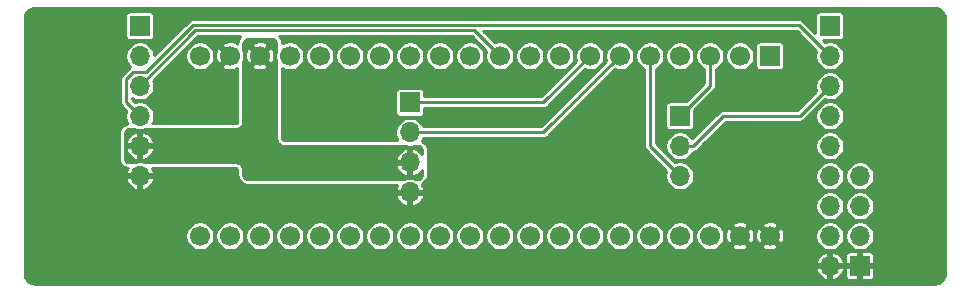
<source format=gbr>
%TF.GenerationSoftware,KiCad,Pcbnew,(5.1.9)-1*%
%TF.CreationDate,2021-04-08T22:41:19+01:00*%
%TF.ProjectId,FF OSD Adapter,4646204f-5344-4204-9164-61707465722e,rev?*%
%TF.SameCoordinates,Original*%
%TF.FileFunction,Copper,L1,Top*%
%TF.FilePolarity,Positive*%
%FSLAX46Y46*%
G04 Gerber Fmt 4.6, Leading zero omitted, Abs format (unit mm)*
G04 Created by KiCad (PCBNEW (5.1.9)-1) date 2021-04-08 22:41:19*
%MOMM*%
%LPD*%
G01*
G04 APERTURE LIST*
%TA.AperFunction,ComponentPad*%
%ADD10O,1.700000X1.700000*%
%TD*%
%TA.AperFunction,ComponentPad*%
%ADD11R,1.700000X1.700000*%
%TD*%
%TA.AperFunction,ComponentPad*%
%ADD12C,1.700000*%
%TD*%
%TA.AperFunction,ViaPad*%
%ADD13C,0.800000*%
%TD*%
%TA.AperFunction,Conductor*%
%ADD14C,0.250000*%
%TD*%
%TA.AperFunction,Conductor*%
%ADD15C,0.254000*%
%TD*%
%TA.AperFunction,Conductor*%
%ADD16C,0.100000*%
%TD*%
G04 APERTURE END LIST*
D10*
%TO.P,CN4,4*%
%TO.N,SCL*%
X177800000Y-104140000D03*
%TO.P,CN4,3*%
%TO.N,SDA*%
X177800000Y-106680000D03*
%TO.P,CN4,2*%
%TO.N,+3V3*%
X177800000Y-109220000D03*
D11*
%TO.P,CN4,1*%
%TO.N,GND*%
X177800000Y-111760000D03*
%TD*%
D10*
%TO.P,CN2,9*%
%TO.N,GND*%
X175260000Y-111760000D03*
%TO.P,CN2,8*%
%TO.N,+3V3*%
X175260000Y-109220000D03*
%TO.P,CN2,7*%
%TO.N,SDA*%
X175260000Y-106680000D03*
%TO.P,CN2,6*%
%TO.N,SCL*%
X175260000Y-104140000D03*
%TO.P,CN2,5*%
%TO.N,KB_CLOCK*%
X175260000Y-101600000D03*
%TO.P,CN2,4*%
%TO.N,KB_DATA*%
X175260000Y-99060000D03*
%TO.P,CN2,3*%
%TO.N,SYNC*%
X175260000Y-96520000D03*
%TO.P,CN2,2*%
%TO.N,DISPLAY_OUTPUT_BUFFERED*%
X175260000Y-93980000D03*
D11*
%TO.P,CN2,1*%
%TO.N,Net-(CN2-Pad1)*%
X175260000Y-91440000D03*
%TD*%
D10*
%TO.P,CN3,4*%
%TO.N,GND*%
X139700000Y-105537000D03*
%TO.P,CN3,3*%
%TO.N,+5V*%
X139700000Y-102997000D03*
%TO.P,CN3,2*%
%TO.N,TX*%
X139700000Y-100457000D03*
D11*
%TO.P,CN3,1*%
%TO.N,RX*%
X139700000Y-97917000D03*
%TD*%
D10*
%TO.P,JP2,3*%
%TO.N,C_H_SYNC*%
X162560000Y-104140000D03*
%TO.P,JP2,2*%
%TO.N,SYNC*%
X162560000Y-101600000D03*
D11*
%TO.P,JP2,1*%
%TO.N,V_SYNC*%
X162560000Y-99060000D03*
%TD*%
D12*
%TO.P,U1,40*%
%TO.N,GND*%
X170180000Y-109220000D03*
D11*
%TO.P,U1,1*%
%TO.N,Net-(U1-Pad1)*%
X170180000Y-93980000D03*
D12*
%TO.P,U1,39*%
%TO.N,GND*%
X167640000Y-109220000D03*
%TO.P,U1,2*%
%TO.N,Net-(U1-Pad2)*%
X167640000Y-93980000D03*
%TO.P,U1,38*%
%TO.N,+3V3*%
X165100000Y-109220000D03*
%TO.P,U1,3*%
%TO.N,V_SYNC*%
X165100000Y-93980000D03*
%TO.P,U1,37*%
%TO.N,Net-(U1-Pad37)*%
X162560000Y-109220000D03*
%TO.P,U1,4*%
%TO.N,DISPLAY_OUTPUT*%
X162560000Y-93980000D03*
%TO.P,U1,36*%
%TO.N,Net-(U1-Pad36)*%
X160020000Y-109220000D03*
%TO.P,U1,5*%
%TO.N,C_H_SYNC*%
X160020000Y-93980000D03*
%TO.P,U1,35*%
%TO.N,Net-(U1-Pad35)*%
X157480000Y-109220000D03*
%TO.P,U1,6*%
%TO.N,TX*%
X157480000Y-93980000D03*
%TO.P,U1,34*%
%TO.N,Net-(U1-Pad34)*%
X154940000Y-109220000D03*
%TO.P,U1,7*%
%TO.N,RX*%
X154940000Y-93980000D03*
%TO.P,U1,33*%
%TO.N,Net-(U1-Pad33)*%
X152400000Y-109220000D03*
%TO.P,U1,8*%
%TO.N,Net-(U1-Pad8)*%
X152400000Y-93980000D03*
%TO.P,U1,32*%
%TO.N,Net-(U1-Pad32)*%
X149860000Y-109220000D03*
%TO.P,U1,9*%
%TO.N,Net-(U1-Pad9)*%
X149860000Y-93980000D03*
%TO.P,U1,31*%
%TO.N,Net-(U1-Pad31)*%
X147320000Y-109220000D03*
%TO.P,U1,10*%
%TO.N,DISPLAY_ENABLE*%
X147320000Y-93980000D03*
%TO.P,U1,30*%
%TO.N,Net-(U1-Pad30)*%
X144780000Y-109220000D03*
%TO.P,U1,11*%
%TO.N,KB_DATA*%
X144780000Y-93980000D03*
%TO.P,U1,29*%
%TO.N,Net-(U1-Pad29)*%
X142240000Y-109220000D03*
%TO.P,U1,12*%
%TO.N,KB_CLOCK*%
X142240000Y-93980000D03*
%TO.P,U1,28*%
%TO.N,Net-(U1-Pad28)*%
X139700000Y-109220000D03*
%TO.P,U1,13*%
%TO.N,Net-(U1-Pad13)*%
X139700000Y-93980000D03*
%TO.P,U1,27*%
%TO.N,Net-(U1-Pad27)*%
X137160000Y-109220000D03*
%TO.P,U1,14*%
%TO.N,SCL*%
X137160000Y-93980000D03*
%TO.P,U1,26*%
%TO.N,A1*%
X134620000Y-109220000D03*
%TO.P,U1,15*%
%TO.N,SDA*%
X134620000Y-93980000D03*
%TO.P,U1,25*%
%TO.N,A0*%
X132080000Y-109220000D03*
%TO.P,U1,16*%
%TO.N,Net-(U1-Pad16)*%
X132080000Y-93980000D03*
%TO.P,U1,24*%
%TO.N,Net-(U1-Pad24)*%
X129540000Y-109220000D03*
%TO.P,U1,17*%
%TO.N,Net-(U1-Pad17)*%
X129540000Y-93980000D03*
%TO.P,U1,23*%
%TO.N,Net-(U1-Pad23)*%
X127000000Y-109220000D03*
%TO.P,U1,18*%
%TO.N,+5V*%
X127000000Y-93980000D03*
%TO.P,U1,22*%
%TO.N,Net-(U1-Pad22)*%
X124460000Y-109220000D03*
%TO.P,U1,19*%
%TO.N,GND*%
X124460000Y-93980000D03*
%TO.P,U1,21*%
%TO.N,Net-(U1-Pad21)*%
X121920000Y-109220000D03*
%TO.P,U1,20*%
%TO.N,Net-(U1-Pad20)*%
X121920000Y-93980000D03*
%TD*%
D10*
%TO.P,CN1,6*%
%TO.N,GND*%
X116840000Y-104140000D03*
%TO.P,CN1,5*%
%TO.N,+5V*%
X116840000Y-101600000D03*
%TO.P,CN1,4*%
%TO.N,DISPLAY_OUTPUT_BUFFERED*%
X116840000Y-99060000D03*
%TO.P,CN1,3*%
%TO.N,DISPLAY_ENABLE*%
X116840000Y-96520000D03*
%TO.P,CN1,2*%
%TO.N,DISPLAY_OUTPUT*%
X116840000Y-93980000D03*
D11*
%TO.P,CN1,1*%
%TO.N,SYNC*%
X116840000Y-91440000D03*
%TD*%
D13*
%TO.N,GND*%
X172085000Y-104140000D03*
X164465000Y-99060000D03*
%TD*%
D14*
%TO.N,V_SYNC*%
X165100000Y-96520000D02*
X162560000Y-99060000D01*
X165100000Y-93980000D02*
X165100000Y-96520000D01*
%TO.N,C_H_SYNC*%
X160020000Y-101600000D02*
X162560000Y-104140000D01*
X160020000Y-93980000D02*
X160020000Y-101600000D01*
%TO.N,DISPLAY_ENABLE*%
X121539000Y-91821000D02*
X116840000Y-96520000D01*
X145161000Y-91821000D02*
X121539000Y-91821000D01*
X147320000Y-93980000D02*
X145161000Y-91821000D01*
%TO.N,DISPLAY_OUTPUT_BUFFERED*%
X116275999Y-95344999D02*
X115664999Y-95955999D01*
X175260000Y-93980000D02*
X172650989Y-91370989D01*
X115664999Y-97884999D02*
X116840000Y-99060000D01*
X172650989Y-91370989D02*
X121352600Y-91370989D01*
X121352600Y-91370989D02*
X117378591Y-95344999D01*
X117378591Y-95344999D02*
X116275999Y-95344999D01*
X115664999Y-95955999D02*
X115664999Y-97884999D01*
%TO.N,TX*%
X151003000Y-100457000D02*
X157480000Y-93980000D01*
X139700000Y-100457000D02*
X151003000Y-100457000D01*
%TO.N,RX*%
X151003000Y-97917000D02*
X154940000Y-93980000D01*
X139700000Y-97917000D02*
X151003000Y-97917000D01*
%TO.N,SYNC*%
X172720000Y-99060000D02*
X175260000Y-96520000D01*
X166243000Y-99060000D02*
X172720000Y-99060000D01*
X163703000Y-101600000D02*
X166243000Y-99060000D01*
X162560000Y-101600000D02*
X163703000Y-101600000D01*
%TD*%
D15*
%TO.N,GND*%
X184317441Y-89959364D02*
X184478501Y-90007992D01*
X184627054Y-90086979D01*
X184757430Y-90193310D01*
X184864674Y-90322946D01*
X184944695Y-90470942D01*
X184994446Y-90631661D01*
X185014000Y-90817707D01*
X185014001Y-112375136D01*
X184995636Y-112562441D01*
X184947008Y-112723503D01*
X184868023Y-112872051D01*
X184761689Y-113002430D01*
X184632054Y-113109674D01*
X184484058Y-113189695D01*
X184323339Y-113239446D01*
X184137293Y-113259000D01*
X107969854Y-113259000D01*
X107782559Y-113240636D01*
X107621497Y-113192008D01*
X107472949Y-113113023D01*
X107342570Y-113006689D01*
X107235326Y-112877054D01*
X107155305Y-112729058D01*
X107105554Y-112568339D01*
X107086000Y-112382293D01*
X107086000Y-112076980D01*
X174070511Y-112076980D01*
X174094866Y-112157288D01*
X174194761Y-112376961D01*
X174335592Y-112572924D01*
X174511948Y-112737647D01*
X174717051Y-112864799D01*
X174943019Y-112949495D01*
X175133000Y-112889187D01*
X175133000Y-111887000D01*
X175387000Y-111887000D01*
X175387000Y-112889187D01*
X175576981Y-112949495D01*
X175802949Y-112864799D01*
X176008052Y-112737647D01*
X176144713Y-112610000D01*
X176567157Y-112610000D01*
X176574513Y-112684689D01*
X176596299Y-112756508D01*
X176631678Y-112822696D01*
X176679289Y-112880711D01*
X176737304Y-112928322D01*
X176803492Y-112963701D01*
X176875311Y-112985487D01*
X176950000Y-112992843D01*
X177577750Y-112991000D01*
X177673000Y-112895750D01*
X177673000Y-111887000D01*
X177927000Y-111887000D01*
X177927000Y-112895750D01*
X178022250Y-112991000D01*
X178650000Y-112992843D01*
X178724689Y-112985487D01*
X178796508Y-112963701D01*
X178862696Y-112928322D01*
X178920711Y-112880711D01*
X178968322Y-112822696D01*
X179003701Y-112756508D01*
X179025487Y-112684689D01*
X179032843Y-112610000D01*
X179031000Y-111982250D01*
X178935750Y-111887000D01*
X177927000Y-111887000D01*
X177673000Y-111887000D01*
X176664250Y-111887000D01*
X176569000Y-111982250D01*
X176567157Y-112610000D01*
X176144713Y-112610000D01*
X176184408Y-112572924D01*
X176325239Y-112376961D01*
X176425134Y-112157288D01*
X176449489Y-112076980D01*
X176388627Y-111887000D01*
X175387000Y-111887000D01*
X175133000Y-111887000D01*
X174131373Y-111887000D01*
X174070511Y-112076980D01*
X107086000Y-112076980D01*
X107086000Y-111443020D01*
X174070511Y-111443020D01*
X174131373Y-111633000D01*
X175133000Y-111633000D01*
X175133000Y-110630813D01*
X175387000Y-110630813D01*
X175387000Y-111633000D01*
X176388627Y-111633000D01*
X176449489Y-111443020D01*
X176425134Y-111362712D01*
X176325239Y-111143039D01*
X176184408Y-110947076D01*
X176144714Y-110910000D01*
X176567157Y-110910000D01*
X176569000Y-111537750D01*
X176664250Y-111633000D01*
X177673000Y-111633000D01*
X177673000Y-110624250D01*
X177927000Y-110624250D01*
X177927000Y-111633000D01*
X178935750Y-111633000D01*
X179031000Y-111537750D01*
X179032843Y-110910000D01*
X179025487Y-110835311D01*
X179003701Y-110763492D01*
X178968322Y-110697304D01*
X178920711Y-110639289D01*
X178862696Y-110591678D01*
X178796508Y-110556299D01*
X178724689Y-110534513D01*
X178650000Y-110527157D01*
X178022250Y-110529000D01*
X177927000Y-110624250D01*
X177673000Y-110624250D01*
X177577750Y-110529000D01*
X176950000Y-110527157D01*
X176875311Y-110534513D01*
X176803492Y-110556299D01*
X176737304Y-110591678D01*
X176679289Y-110639289D01*
X176631678Y-110697304D01*
X176596299Y-110763492D01*
X176574513Y-110835311D01*
X176567157Y-110910000D01*
X176144714Y-110910000D01*
X176008052Y-110782353D01*
X175802949Y-110655201D01*
X175576981Y-110570505D01*
X175387000Y-110630813D01*
X175133000Y-110630813D01*
X174943019Y-110570505D01*
X174717051Y-110655201D01*
X174511948Y-110782353D01*
X174335592Y-110947076D01*
X174194761Y-111143039D01*
X174094866Y-111362712D01*
X174070511Y-111443020D01*
X107086000Y-111443020D01*
X107086000Y-109098757D01*
X120689000Y-109098757D01*
X120689000Y-109341243D01*
X120736307Y-109579069D01*
X120829102Y-109803097D01*
X120963820Y-110004717D01*
X121135283Y-110176180D01*
X121336903Y-110310898D01*
X121560931Y-110403693D01*
X121798757Y-110451000D01*
X122041243Y-110451000D01*
X122279069Y-110403693D01*
X122503097Y-110310898D01*
X122704717Y-110176180D01*
X122876180Y-110004717D01*
X123010898Y-109803097D01*
X123103693Y-109579069D01*
X123151000Y-109341243D01*
X123151000Y-109098757D01*
X123229000Y-109098757D01*
X123229000Y-109341243D01*
X123276307Y-109579069D01*
X123369102Y-109803097D01*
X123503820Y-110004717D01*
X123675283Y-110176180D01*
X123876903Y-110310898D01*
X124100931Y-110403693D01*
X124338757Y-110451000D01*
X124581243Y-110451000D01*
X124819069Y-110403693D01*
X125043097Y-110310898D01*
X125244717Y-110176180D01*
X125416180Y-110004717D01*
X125550898Y-109803097D01*
X125643693Y-109579069D01*
X125691000Y-109341243D01*
X125691000Y-109098757D01*
X125769000Y-109098757D01*
X125769000Y-109341243D01*
X125816307Y-109579069D01*
X125909102Y-109803097D01*
X126043820Y-110004717D01*
X126215283Y-110176180D01*
X126416903Y-110310898D01*
X126640931Y-110403693D01*
X126878757Y-110451000D01*
X127121243Y-110451000D01*
X127359069Y-110403693D01*
X127583097Y-110310898D01*
X127784717Y-110176180D01*
X127956180Y-110004717D01*
X128090898Y-109803097D01*
X128183693Y-109579069D01*
X128231000Y-109341243D01*
X128231000Y-109098757D01*
X128309000Y-109098757D01*
X128309000Y-109341243D01*
X128356307Y-109579069D01*
X128449102Y-109803097D01*
X128583820Y-110004717D01*
X128755283Y-110176180D01*
X128956903Y-110310898D01*
X129180931Y-110403693D01*
X129418757Y-110451000D01*
X129661243Y-110451000D01*
X129899069Y-110403693D01*
X130123097Y-110310898D01*
X130324717Y-110176180D01*
X130496180Y-110004717D01*
X130630898Y-109803097D01*
X130723693Y-109579069D01*
X130771000Y-109341243D01*
X130771000Y-109098757D01*
X130849000Y-109098757D01*
X130849000Y-109341243D01*
X130896307Y-109579069D01*
X130989102Y-109803097D01*
X131123820Y-110004717D01*
X131295283Y-110176180D01*
X131496903Y-110310898D01*
X131720931Y-110403693D01*
X131958757Y-110451000D01*
X132201243Y-110451000D01*
X132439069Y-110403693D01*
X132663097Y-110310898D01*
X132864717Y-110176180D01*
X133036180Y-110004717D01*
X133170898Y-109803097D01*
X133263693Y-109579069D01*
X133311000Y-109341243D01*
X133311000Y-109098757D01*
X133389000Y-109098757D01*
X133389000Y-109341243D01*
X133436307Y-109579069D01*
X133529102Y-109803097D01*
X133663820Y-110004717D01*
X133835283Y-110176180D01*
X134036903Y-110310898D01*
X134260931Y-110403693D01*
X134498757Y-110451000D01*
X134741243Y-110451000D01*
X134979069Y-110403693D01*
X135203097Y-110310898D01*
X135404717Y-110176180D01*
X135576180Y-110004717D01*
X135710898Y-109803097D01*
X135803693Y-109579069D01*
X135851000Y-109341243D01*
X135851000Y-109098757D01*
X135929000Y-109098757D01*
X135929000Y-109341243D01*
X135976307Y-109579069D01*
X136069102Y-109803097D01*
X136203820Y-110004717D01*
X136375283Y-110176180D01*
X136576903Y-110310898D01*
X136800931Y-110403693D01*
X137038757Y-110451000D01*
X137281243Y-110451000D01*
X137519069Y-110403693D01*
X137743097Y-110310898D01*
X137944717Y-110176180D01*
X138116180Y-110004717D01*
X138250898Y-109803097D01*
X138343693Y-109579069D01*
X138391000Y-109341243D01*
X138391000Y-109098757D01*
X138469000Y-109098757D01*
X138469000Y-109341243D01*
X138516307Y-109579069D01*
X138609102Y-109803097D01*
X138743820Y-110004717D01*
X138915283Y-110176180D01*
X139116903Y-110310898D01*
X139340931Y-110403693D01*
X139578757Y-110451000D01*
X139821243Y-110451000D01*
X140059069Y-110403693D01*
X140283097Y-110310898D01*
X140484717Y-110176180D01*
X140656180Y-110004717D01*
X140790898Y-109803097D01*
X140883693Y-109579069D01*
X140931000Y-109341243D01*
X140931000Y-109098757D01*
X141009000Y-109098757D01*
X141009000Y-109341243D01*
X141056307Y-109579069D01*
X141149102Y-109803097D01*
X141283820Y-110004717D01*
X141455283Y-110176180D01*
X141656903Y-110310898D01*
X141880931Y-110403693D01*
X142118757Y-110451000D01*
X142361243Y-110451000D01*
X142599069Y-110403693D01*
X142823097Y-110310898D01*
X143024717Y-110176180D01*
X143196180Y-110004717D01*
X143330898Y-109803097D01*
X143423693Y-109579069D01*
X143471000Y-109341243D01*
X143471000Y-109098757D01*
X143549000Y-109098757D01*
X143549000Y-109341243D01*
X143596307Y-109579069D01*
X143689102Y-109803097D01*
X143823820Y-110004717D01*
X143995283Y-110176180D01*
X144196903Y-110310898D01*
X144420931Y-110403693D01*
X144658757Y-110451000D01*
X144901243Y-110451000D01*
X145139069Y-110403693D01*
X145363097Y-110310898D01*
X145564717Y-110176180D01*
X145736180Y-110004717D01*
X145870898Y-109803097D01*
X145963693Y-109579069D01*
X146011000Y-109341243D01*
X146011000Y-109098757D01*
X146089000Y-109098757D01*
X146089000Y-109341243D01*
X146136307Y-109579069D01*
X146229102Y-109803097D01*
X146363820Y-110004717D01*
X146535283Y-110176180D01*
X146736903Y-110310898D01*
X146960931Y-110403693D01*
X147198757Y-110451000D01*
X147441243Y-110451000D01*
X147679069Y-110403693D01*
X147903097Y-110310898D01*
X148104717Y-110176180D01*
X148276180Y-110004717D01*
X148410898Y-109803097D01*
X148503693Y-109579069D01*
X148551000Y-109341243D01*
X148551000Y-109098757D01*
X148629000Y-109098757D01*
X148629000Y-109341243D01*
X148676307Y-109579069D01*
X148769102Y-109803097D01*
X148903820Y-110004717D01*
X149075283Y-110176180D01*
X149276903Y-110310898D01*
X149500931Y-110403693D01*
X149738757Y-110451000D01*
X149981243Y-110451000D01*
X150219069Y-110403693D01*
X150443097Y-110310898D01*
X150644717Y-110176180D01*
X150816180Y-110004717D01*
X150950898Y-109803097D01*
X151043693Y-109579069D01*
X151091000Y-109341243D01*
X151091000Y-109098757D01*
X151169000Y-109098757D01*
X151169000Y-109341243D01*
X151216307Y-109579069D01*
X151309102Y-109803097D01*
X151443820Y-110004717D01*
X151615283Y-110176180D01*
X151816903Y-110310898D01*
X152040931Y-110403693D01*
X152278757Y-110451000D01*
X152521243Y-110451000D01*
X152759069Y-110403693D01*
X152983097Y-110310898D01*
X153184717Y-110176180D01*
X153356180Y-110004717D01*
X153490898Y-109803097D01*
X153583693Y-109579069D01*
X153631000Y-109341243D01*
X153631000Y-109098757D01*
X153709000Y-109098757D01*
X153709000Y-109341243D01*
X153756307Y-109579069D01*
X153849102Y-109803097D01*
X153983820Y-110004717D01*
X154155283Y-110176180D01*
X154356903Y-110310898D01*
X154580931Y-110403693D01*
X154818757Y-110451000D01*
X155061243Y-110451000D01*
X155299069Y-110403693D01*
X155523097Y-110310898D01*
X155724717Y-110176180D01*
X155896180Y-110004717D01*
X156030898Y-109803097D01*
X156123693Y-109579069D01*
X156171000Y-109341243D01*
X156171000Y-109098757D01*
X156249000Y-109098757D01*
X156249000Y-109341243D01*
X156296307Y-109579069D01*
X156389102Y-109803097D01*
X156523820Y-110004717D01*
X156695283Y-110176180D01*
X156896903Y-110310898D01*
X157120931Y-110403693D01*
X157358757Y-110451000D01*
X157601243Y-110451000D01*
X157839069Y-110403693D01*
X158063097Y-110310898D01*
X158264717Y-110176180D01*
X158436180Y-110004717D01*
X158570898Y-109803097D01*
X158663693Y-109579069D01*
X158711000Y-109341243D01*
X158711000Y-109098757D01*
X158789000Y-109098757D01*
X158789000Y-109341243D01*
X158836307Y-109579069D01*
X158929102Y-109803097D01*
X159063820Y-110004717D01*
X159235283Y-110176180D01*
X159436903Y-110310898D01*
X159660931Y-110403693D01*
X159898757Y-110451000D01*
X160141243Y-110451000D01*
X160379069Y-110403693D01*
X160603097Y-110310898D01*
X160804717Y-110176180D01*
X160976180Y-110004717D01*
X161110898Y-109803097D01*
X161203693Y-109579069D01*
X161251000Y-109341243D01*
X161251000Y-109098757D01*
X161329000Y-109098757D01*
X161329000Y-109341243D01*
X161376307Y-109579069D01*
X161469102Y-109803097D01*
X161603820Y-110004717D01*
X161775283Y-110176180D01*
X161976903Y-110310898D01*
X162200931Y-110403693D01*
X162438757Y-110451000D01*
X162681243Y-110451000D01*
X162919069Y-110403693D01*
X163143097Y-110310898D01*
X163344717Y-110176180D01*
X163516180Y-110004717D01*
X163650898Y-109803097D01*
X163743693Y-109579069D01*
X163791000Y-109341243D01*
X163791000Y-109098757D01*
X163869000Y-109098757D01*
X163869000Y-109341243D01*
X163916307Y-109579069D01*
X164009102Y-109803097D01*
X164143820Y-110004717D01*
X164315283Y-110176180D01*
X164516903Y-110310898D01*
X164740931Y-110403693D01*
X164978757Y-110451000D01*
X165221243Y-110451000D01*
X165459069Y-110403693D01*
X165683097Y-110310898D01*
X165884717Y-110176180D01*
X165948797Y-110112100D01*
X166927505Y-110112100D01*
X167019523Y-110290078D01*
X167240207Y-110390566D01*
X167476255Y-110446069D01*
X167718596Y-110454456D01*
X167957917Y-110415402D01*
X168185020Y-110330411D01*
X168260477Y-110290078D01*
X168352495Y-110112100D01*
X169467505Y-110112100D01*
X169559523Y-110290078D01*
X169780207Y-110390566D01*
X170016255Y-110446069D01*
X170258596Y-110454456D01*
X170497917Y-110415402D01*
X170725020Y-110330411D01*
X170800477Y-110290078D01*
X170892495Y-110112100D01*
X170180000Y-109399605D01*
X169467505Y-110112100D01*
X168352495Y-110112100D01*
X167640000Y-109399605D01*
X166927505Y-110112100D01*
X165948797Y-110112100D01*
X166056180Y-110004717D01*
X166190898Y-109803097D01*
X166283693Y-109579069D01*
X166331000Y-109341243D01*
X166331000Y-109298596D01*
X166405544Y-109298596D01*
X166444598Y-109537917D01*
X166529589Y-109765020D01*
X166569922Y-109840477D01*
X166747900Y-109932495D01*
X167460395Y-109220000D01*
X167819605Y-109220000D01*
X168532100Y-109932495D01*
X168710078Y-109840477D01*
X168810566Y-109619793D01*
X168866069Y-109383745D01*
X168869015Y-109298596D01*
X168945544Y-109298596D01*
X168984598Y-109537917D01*
X169069589Y-109765020D01*
X169109922Y-109840477D01*
X169287900Y-109932495D01*
X170000395Y-109220000D01*
X170359605Y-109220000D01*
X171072100Y-109932495D01*
X171250078Y-109840477D01*
X171350566Y-109619793D01*
X171406069Y-109383745D01*
X171414456Y-109141404D01*
X171407497Y-109098757D01*
X174029000Y-109098757D01*
X174029000Y-109341243D01*
X174076307Y-109579069D01*
X174169102Y-109803097D01*
X174303820Y-110004717D01*
X174475283Y-110176180D01*
X174676903Y-110310898D01*
X174900931Y-110403693D01*
X175138757Y-110451000D01*
X175381243Y-110451000D01*
X175619069Y-110403693D01*
X175843097Y-110310898D01*
X176044717Y-110176180D01*
X176216180Y-110004717D01*
X176350898Y-109803097D01*
X176443693Y-109579069D01*
X176491000Y-109341243D01*
X176491000Y-109098757D01*
X176569000Y-109098757D01*
X176569000Y-109341243D01*
X176616307Y-109579069D01*
X176709102Y-109803097D01*
X176843820Y-110004717D01*
X177015283Y-110176180D01*
X177216903Y-110310898D01*
X177440931Y-110403693D01*
X177678757Y-110451000D01*
X177921243Y-110451000D01*
X178159069Y-110403693D01*
X178383097Y-110310898D01*
X178584717Y-110176180D01*
X178756180Y-110004717D01*
X178890898Y-109803097D01*
X178983693Y-109579069D01*
X179031000Y-109341243D01*
X179031000Y-109098757D01*
X178983693Y-108860931D01*
X178890898Y-108636903D01*
X178756180Y-108435283D01*
X178584717Y-108263820D01*
X178383097Y-108129102D01*
X178159069Y-108036307D01*
X177921243Y-107989000D01*
X177678757Y-107989000D01*
X177440931Y-108036307D01*
X177216903Y-108129102D01*
X177015283Y-108263820D01*
X176843820Y-108435283D01*
X176709102Y-108636903D01*
X176616307Y-108860931D01*
X176569000Y-109098757D01*
X176491000Y-109098757D01*
X176443693Y-108860931D01*
X176350898Y-108636903D01*
X176216180Y-108435283D01*
X176044717Y-108263820D01*
X175843097Y-108129102D01*
X175619069Y-108036307D01*
X175381243Y-107989000D01*
X175138757Y-107989000D01*
X174900931Y-108036307D01*
X174676903Y-108129102D01*
X174475283Y-108263820D01*
X174303820Y-108435283D01*
X174169102Y-108636903D01*
X174076307Y-108860931D01*
X174029000Y-109098757D01*
X171407497Y-109098757D01*
X171375402Y-108902083D01*
X171290411Y-108674980D01*
X171250078Y-108599523D01*
X171072100Y-108507505D01*
X170359605Y-109220000D01*
X170000395Y-109220000D01*
X169287900Y-108507505D01*
X169109922Y-108599523D01*
X169009434Y-108820207D01*
X168953931Y-109056255D01*
X168945544Y-109298596D01*
X168869015Y-109298596D01*
X168874456Y-109141404D01*
X168835402Y-108902083D01*
X168750411Y-108674980D01*
X168710078Y-108599523D01*
X168532100Y-108507505D01*
X167819605Y-109220000D01*
X167460395Y-109220000D01*
X166747900Y-108507505D01*
X166569922Y-108599523D01*
X166469434Y-108820207D01*
X166413931Y-109056255D01*
X166405544Y-109298596D01*
X166331000Y-109298596D01*
X166331000Y-109098757D01*
X166283693Y-108860931D01*
X166190898Y-108636903D01*
X166056180Y-108435283D01*
X165948797Y-108327900D01*
X166927505Y-108327900D01*
X167640000Y-109040395D01*
X168352495Y-108327900D01*
X169467505Y-108327900D01*
X170180000Y-109040395D01*
X170892495Y-108327900D01*
X170800477Y-108149922D01*
X170579793Y-108049434D01*
X170343745Y-107993931D01*
X170101404Y-107985544D01*
X169862083Y-108024598D01*
X169634980Y-108109589D01*
X169559523Y-108149922D01*
X169467505Y-108327900D01*
X168352495Y-108327900D01*
X168260477Y-108149922D01*
X168039793Y-108049434D01*
X167803745Y-107993931D01*
X167561404Y-107985544D01*
X167322083Y-108024598D01*
X167094980Y-108109589D01*
X167019523Y-108149922D01*
X166927505Y-108327900D01*
X165948797Y-108327900D01*
X165884717Y-108263820D01*
X165683097Y-108129102D01*
X165459069Y-108036307D01*
X165221243Y-107989000D01*
X164978757Y-107989000D01*
X164740931Y-108036307D01*
X164516903Y-108129102D01*
X164315283Y-108263820D01*
X164143820Y-108435283D01*
X164009102Y-108636903D01*
X163916307Y-108860931D01*
X163869000Y-109098757D01*
X163791000Y-109098757D01*
X163743693Y-108860931D01*
X163650898Y-108636903D01*
X163516180Y-108435283D01*
X163344717Y-108263820D01*
X163143097Y-108129102D01*
X162919069Y-108036307D01*
X162681243Y-107989000D01*
X162438757Y-107989000D01*
X162200931Y-108036307D01*
X161976903Y-108129102D01*
X161775283Y-108263820D01*
X161603820Y-108435283D01*
X161469102Y-108636903D01*
X161376307Y-108860931D01*
X161329000Y-109098757D01*
X161251000Y-109098757D01*
X161203693Y-108860931D01*
X161110898Y-108636903D01*
X160976180Y-108435283D01*
X160804717Y-108263820D01*
X160603097Y-108129102D01*
X160379069Y-108036307D01*
X160141243Y-107989000D01*
X159898757Y-107989000D01*
X159660931Y-108036307D01*
X159436903Y-108129102D01*
X159235283Y-108263820D01*
X159063820Y-108435283D01*
X158929102Y-108636903D01*
X158836307Y-108860931D01*
X158789000Y-109098757D01*
X158711000Y-109098757D01*
X158663693Y-108860931D01*
X158570898Y-108636903D01*
X158436180Y-108435283D01*
X158264717Y-108263820D01*
X158063097Y-108129102D01*
X157839069Y-108036307D01*
X157601243Y-107989000D01*
X157358757Y-107989000D01*
X157120931Y-108036307D01*
X156896903Y-108129102D01*
X156695283Y-108263820D01*
X156523820Y-108435283D01*
X156389102Y-108636903D01*
X156296307Y-108860931D01*
X156249000Y-109098757D01*
X156171000Y-109098757D01*
X156123693Y-108860931D01*
X156030898Y-108636903D01*
X155896180Y-108435283D01*
X155724717Y-108263820D01*
X155523097Y-108129102D01*
X155299069Y-108036307D01*
X155061243Y-107989000D01*
X154818757Y-107989000D01*
X154580931Y-108036307D01*
X154356903Y-108129102D01*
X154155283Y-108263820D01*
X153983820Y-108435283D01*
X153849102Y-108636903D01*
X153756307Y-108860931D01*
X153709000Y-109098757D01*
X153631000Y-109098757D01*
X153583693Y-108860931D01*
X153490898Y-108636903D01*
X153356180Y-108435283D01*
X153184717Y-108263820D01*
X152983097Y-108129102D01*
X152759069Y-108036307D01*
X152521243Y-107989000D01*
X152278757Y-107989000D01*
X152040931Y-108036307D01*
X151816903Y-108129102D01*
X151615283Y-108263820D01*
X151443820Y-108435283D01*
X151309102Y-108636903D01*
X151216307Y-108860931D01*
X151169000Y-109098757D01*
X151091000Y-109098757D01*
X151043693Y-108860931D01*
X150950898Y-108636903D01*
X150816180Y-108435283D01*
X150644717Y-108263820D01*
X150443097Y-108129102D01*
X150219069Y-108036307D01*
X149981243Y-107989000D01*
X149738757Y-107989000D01*
X149500931Y-108036307D01*
X149276903Y-108129102D01*
X149075283Y-108263820D01*
X148903820Y-108435283D01*
X148769102Y-108636903D01*
X148676307Y-108860931D01*
X148629000Y-109098757D01*
X148551000Y-109098757D01*
X148503693Y-108860931D01*
X148410898Y-108636903D01*
X148276180Y-108435283D01*
X148104717Y-108263820D01*
X147903097Y-108129102D01*
X147679069Y-108036307D01*
X147441243Y-107989000D01*
X147198757Y-107989000D01*
X146960931Y-108036307D01*
X146736903Y-108129102D01*
X146535283Y-108263820D01*
X146363820Y-108435283D01*
X146229102Y-108636903D01*
X146136307Y-108860931D01*
X146089000Y-109098757D01*
X146011000Y-109098757D01*
X145963693Y-108860931D01*
X145870898Y-108636903D01*
X145736180Y-108435283D01*
X145564717Y-108263820D01*
X145363097Y-108129102D01*
X145139069Y-108036307D01*
X144901243Y-107989000D01*
X144658757Y-107989000D01*
X144420931Y-108036307D01*
X144196903Y-108129102D01*
X143995283Y-108263820D01*
X143823820Y-108435283D01*
X143689102Y-108636903D01*
X143596307Y-108860931D01*
X143549000Y-109098757D01*
X143471000Y-109098757D01*
X143423693Y-108860931D01*
X143330898Y-108636903D01*
X143196180Y-108435283D01*
X143024717Y-108263820D01*
X142823097Y-108129102D01*
X142599069Y-108036307D01*
X142361243Y-107989000D01*
X142118757Y-107989000D01*
X141880931Y-108036307D01*
X141656903Y-108129102D01*
X141455283Y-108263820D01*
X141283820Y-108435283D01*
X141149102Y-108636903D01*
X141056307Y-108860931D01*
X141009000Y-109098757D01*
X140931000Y-109098757D01*
X140883693Y-108860931D01*
X140790898Y-108636903D01*
X140656180Y-108435283D01*
X140484717Y-108263820D01*
X140283097Y-108129102D01*
X140059069Y-108036307D01*
X139821243Y-107989000D01*
X139578757Y-107989000D01*
X139340931Y-108036307D01*
X139116903Y-108129102D01*
X138915283Y-108263820D01*
X138743820Y-108435283D01*
X138609102Y-108636903D01*
X138516307Y-108860931D01*
X138469000Y-109098757D01*
X138391000Y-109098757D01*
X138343693Y-108860931D01*
X138250898Y-108636903D01*
X138116180Y-108435283D01*
X137944717Y-108263820D01*
X137743097Y-108129102D01*
X137519069Y-108036307D01*
X137281243Y-107989000D01*
X137038757Y-107989000D01*
X136800931Y-108036307D01*
X136576903Y-108129102D01*
X136375283Y-108263820D01*
X136203820Y-108435283D01*
X136069102Y-108636903D01*
X135976307Y-108860931D01*
X135929000Y-109098757D01*
X135851000Y-109098757D01*
X135803693Y-108860931D01*
X135710898Y-108636903D01*
X135576180Y-108435283D01*
X135404717Y-108263820D01*
X135203097Y-108129102D01*
X134979069Y-108036307D01*
X134741243Y-107989000D01*
X134498757Y-107989000D01*
X134260931Y-108036307D01*
X134036903Y-108129102D01*
X133835283Y-108263820D01*
X133663820Y-108435283D01*
X133529102Y-108636903D01*
X133436307Y-108860931D01*
X133389000Y-109098757D01*
X133311000Y-109098757D01*
X133263693Y-108860931D01*
X133170898Y-108636903D01*
X133036180Y-108435283D01*
X132864717Y-108263820D01*
X132663097Y-108129102D01*
X132439069Y-108036307D01*
X132201243Y-107989000D01*
X131958757Y-107989000D01*
X131720931Y-108036307D01*
X131496903Y-108129102D01*
X131295283Y-108263820D01*
X131123820Y-108435283D01*
X130989102Y-108636903D01*
X130896307Y-108860931D01*
X130849000Y-109098757D01*
X130771000Y-109098757D01*
X130723693Y-108860931D01*
X130630898Y-108636903D01*
X130496180Y-108435283D01*
X130324717Y-108263820D01*
X130123097Y-108129102D01*
X129899069Y-108036307D01*
X129661243Y-107989000D01*
X129418757Y-107989000D01*
X129180931Y-108036307D01*
X128956903Y-108129102D01*
X128755283Y-108263820D01*
X128583820Y-108435283D01*
X128449102Y-108636903D01*
X128356307Y-108860931D01*
X128309000Y-109098757D01*
X128231000Y-109098757D01*
X128183693Y-108860931D01*
X128090898Y-108636903D01*
X127956180Y-108435283D01*
X127784717Y-108263820D01*
X127583097Y-108129102D01*
X127359069Y-108036307D01*
X127121243Y-107989000D01*
X126878757Y-107989000D01*
X126640931Y-108036307D01*
X126416903Y-108129102D01*
X126215283Y-108263820D01*
X126043820Y-108435283D01*
X125909102Y-108636903D01*
X125816307Y-108860931D01*
X125769000Y-109098757D01*
X125691000Y-109098757D01*
X125643693Y-108860931D01*
X125550898Y-108636903D01*
X125416180Y-108435283D01*
X125244717Y-108263820D01*
X125043097Y-108129102D01*
X124819069Y-108036307D01*
X124581243Y-107989000D01*
X124338757Y-107989000D01*
X124100931Y-108036307D01*
X123876903Y-108129102D01*
X123675283Y-108263820D01*
X123503820Y-108435283D01*
X123369102Y-108636903D01*
X123276307Y-108860931D01*
X123229000Y-109098757D01*
X123151000Y-109098757D01*
X123103693Y-108860931D01*
X123010898Y-108636903D01*
X122876180Y-108435283D01*
X122704717Y-108263820D01*
X122503097Y-108129102D01*
X122279069Y-108036307D01*
X122041243Y-107989000D01*
X121798757Y-107989000D01*
X121560931Y-108036307D01*
X121336903Y-108129102D01*
X121135283Y-108263820D01*
X120963820Y-108435283D01*
X120829102Y-108636903D01*
X120736307Y-108860931D01*
X120689000Y-109098757D01*
X107086000Y-109098757D01*
X107086000Y-105853980D01*
X138510511Y-105853980D01*
X138534866Y-105934288D01*
X138634761Y-106153961D01*
X138775592Y-106349924D01*
X138951948Y-106514647D01*
X139157051Y-106641799D01*
X139383019Y-106726495D01*
X139573000Y-106666187D01*
X139573000Y-105664000D01*
X139827000Y-105664000D01*
X139827000Y-106666187D01*
X140016981Y-106726495D01*
X140242949Y-106641799D01*
X140376900Y-106558757D01*
X174029000Y-106558757D01*
X174029000Y-106801243D01*
X174076307Y-107039069D01*
X174169102Y-107263097D01*
X174303820Y-107464717D01*
X174475283Y-107636180D01*
X174676903Y-107770898D01*
X174900931Y-107863693D01*
X175138757Y-107911000D01*
X175381243Y-107911000D01*
X175619069Y-107863693D01*
X175843097Y-107770898D01*
X176044717Y-107636180D01*
X176216180Y-107464717D01*
X176350898Y-107263097D01*
X176443693Y-107039069D01*
X176491000Y-106801243D01*
X176491000Y-106558757D01*
X176569000Y-106558757D01*
X176569000Y-106801243D01*
X176616307Y-107039069D01*
X176709102Y-107263097D01*
X176843820Y-107464717D01*
X177015283Y-107636180D01*
X177216903Y-107770898D01*
X177440931Y-107863693D01*
X177678757Y-107911000D01*
X177921243Y-107911000D01*
X178159069Y-107863693D01*
X178383097Y-107770898D01*
X178584717Y-107636180D01*
X178756180Y-107464717D01*
X178890898Y-107263097D01*
X178983693Y-107039069D01*
X179031000Y-106801243D01*
X179031000Y-106558757D01*
X178983693Y-106320931D01*
X178890898Y-106096903D01*
X178756180Y-105895283D01*
X178584717Y-105723820D01*
X178383097Y-105589102D01*
X178159069Y-105496307D01*
X177921243Y-105449000D01*
X177678757Y-105449000D01*
X177440931Y-105496307D01*
X177216903Y-105589102D01*
X177015283Y-105723820D01*
X176843820Y-105895283D01*
X176709102Y-106096903D01*
X176616307Y-106320931D01*
X176569000Y-106558757D01*
X176491000Y-106558757D01*
X176443693Y-106320931D01*
X176350898Y-106096903D01*
X176216180Y-105895283D01*
X176044717Y-105723820D01*
X175843097Y-105589102D01*
X175619069Y-105496307D01*
X175381243Y-105449000D01*
X175138757Y-105449000D01*
X174900931Y-105496307D01*
X174676903Y-105589102D01*
X174475283Y-105723820D01*
X174303820Y-105895283D01*
X174169102Y-106096903D01*
X174076307Y-106320931D01*
X174029000Y-106558757D01*
X140376900Y-106558757D01*
X140448052Y-106514647D01*
X140624408Y-106349924D01*
X140765239Y-106153961D01*
X140865134Y-105934288D01*
X140889489Y-105853980D01*
X140828627Y-105664000D01*
X139827000Y-105664000D01*
X139573000Y-105664000D01*
X138571373Y-105664000D01*
X138510511Y-105853980D01*
X107086000Y-105853980D01*
X107086000Y-104456980D01*
X115650511Y-104456980D01*
X115674866Y-104537288D01*
X115774761Y-104756961D01*
X115915592Y-104952924D01*
X116091948Y-105117647D01*
X116297051Y-105244799D01*
X116523019Y-105329495D01*
X116713000Y-105269187D01*
X116713000Y-104267000D01*
X116967000Y-104267000D01*
X116967000Y-105269187D01*
X117156981Y-105329495D01*
X117382949Y-105244799D01*
X117588052Y-105117647D01*
X117764408Y-104952924D01*
X117905239Y-104756961D01*
X118005134Y-104537288D01*
X118029489Y-104456980D01*
X117968627Y-104267000D01*
X116967000Y-104267000D01*
X116713000Y-104267000D01*
X115711373Y-104267000D01*
X115650511Y-104456980D01*
X107086000Y-104456980D01*
X107086000Y-100576000D01*
X115062000Y-100576000D01*
X115062000Y-102624000D01*
X115065259Y-102673730D01*
X115082296Y-102803140D01*
X115108039Y-102899212D01*
X115157989Y-103019802D01*
X115207721Y-103105940D01*
X115287181Y-103209493D01*
X115357507Y-103279819D01*
X115461060Y-103359279D01*
X115547198Y-103409011D01*
X115667788Y-103458961D01*
X115763860Y-103484704D01*
X115798987Y-103489329D01*
X115774761Y-103523039D01*
X115674866Y-103742712D01*
X115650511Y-103823020D01*
X115711373Y-104013000D01*
X116713000Y-104013000D01*
X116713000Y-103993000D01*
X116967000Y-103993000D01*
X116967000Y-104013000D01*
X117968627Y-104013000D01*
X118029489Y-103823020D01*
X118005134Y-103742712D01*
X117905239Y-103523039D01*
X117892275Y-103505000D01*
X124951025Y-103505000D01*
X125005952Y-103512231D01*
X125033855Y-103523789D01*
X125057821Y-103542179D01*
X125076211Y-103566145D01*
X125087769Y-103594048D01*
X125095000Y-103648975D01*
X125095000Y-104021000D01*
X125098259Y-104070730D01*
X125115296Y-104200140D01*
X125141039Y-104296212D01*
X125190989Y-104416802D01*
X125240721Y-104502940D01*
X125320181Y-104606493D01*
X125390507Y-104676819D01*
X125494060Y-104756279D01*
X125580198Y-104806011D01*
X125700788Y-104855961D01*
X125796860Y-104881704D01*
X125926270Y-104898741D01*
X125976000Y-104902000D01*
X138647725Y-104902000D01*
X138634761Y-104920039D01*
X138534866Y-105139712D01*
X138510511Y-105220020D01*
X138571373Y-105410000D01*
X139573000Y-105410000D01*
X139573000Y-105390000D01*
X139827000Y-105390000D01*
X139827000Y-105410000D01*
X140828627Y-105410000D01*
X140889489Y-105220020D01*
X140865134Y-105139712D01*
X140765239Y-104920039D01*
X140696025Y-104823730D01*
X140738802Y-104806011D01*
X140824940Y-104756279D01*
X140928493Y-104676819D01*
X140998819Y-104606493D01*
X141078279Y-104502940D01*
X141128011Y-104416802D01*
X141177961Y-104296212D01*
X141203704Y-104200140D01*
X141220741Y-104070730D01*
X141224000Y-104021000D01*
X141224000Y-101973000D01*
X141220741Y-101923270D01*
X141203704Y-101793860D01*
X141177961Y-101697788D01*
X141128011Y-101577198D01*
X141078279Y-101491060D01*
X140998819Y-101387507D01*
X140928493Y-101317181D01*
X140824940Y-101237721D01*
X140738802Y-101187989D01*
X140702208Y-101172831D01*
X140790898Y-101040097D01*
X140822832Y-100963000D01*
X150978154Y-100963000D01*
X151003000Y-100965447D01*
X151027846Y-100963000D01*
X151027854Y-100963000D01*
X151102193Y-100955678D01*
X151197575Y-100926745D01*
X151285479Y-100879759D01*
X151362527Y-100816527D01*
X151378376Y-100797215D01*
X157043834Y-95131758D01*
X157120931Y-95163693D01*
X157358757Y-95211000D01*
X157601243Y-95211000D01*
X157839069Y-95163693D01*
X158063097Y-95070898D01*
X158264717Y-94936180D01*
X158436180Y-94764717D01*
X158570898Y-94563097D01*
X158663693Y-94339069D01*
X158711000Y-94101243D01*
X158711000Y-93858757D01*
X158789000Y-93858757D01*
X158789000Y-94101243D01*
X158836307Y-94339069D01*
X158929102Y-94563097D01*
X159063820Y-94764717D01*
X159235283Y-94936180D01*
X159436903Y-95070898D01*
X159514000Y-95102833D01*
X159514001Y-101575144D01*
X159511553Y-101600000D01*
X159521322Y-101699192D01*
X159550255Y-101794574D01*
X159572127Y-101835492D01*
X159597242Y-101882479D01*
X159660474Y-101959527D01*
X159679779Y-101975370D01*
X161408242Y-103703833D01*
X161376307Y-103780931D01*
X161329000Y-104018757D01*
X161329000Y-104261243D01*
X161376307Y-104499069D01*
X161469102Y-104723097D01*
X161603820Y-104924717D01*
X161775283Y-105096180D01*
X161976903Y-105230898D01*
X162200931Y-105323693D01*
X162438757Y-105371000D01*
X162681243Y-105371000D01*
X162919069Y-105323693D01*
X163143097Y-105230898D01*
X163344717Y-105096180D01*
X163516180Y-104924717D01*
X163650898Y-104723097D01*
X163743693Y-104499069D01*
X163791000Y-104261243D01*
X163791000Y-104018757D01*
X174029000Y-104018757D01*
X174029000Y-104261243D01*
X174076307Y-104499069D01*
X174169102Y-104723097D01*
X174303820Y-104924717D01*
X174475283Y-105096180D01*
X174676903Y-105230898D01*
X174900931Y-105323693D01*
X175138757Y-105371000D01*
X175381243Y-105371000D01*
X175619069Y-105323693D01*
X175843097Y-105230898D01*
X176044717Y-105096180D01*
X176216180Y-104924717D01*
X176350898Y-104723097D01*
X176443693Y-104499069D01*
X176491000Y-104261243D01*
X176491000Y-104018757D01*
X176569000Y-104018757D01*
X176569000Y-104261243D01*
X176616307Y-104499069D01*
X176709102Y-104723097D01*
X176843820Y-104924717D01*
X177015283Y-105096180D01*
X177216903Y-105230898D01*
X177440931Y-105323693D01*
X177678757Y-105371000D01*
X177921243Y-105371000D01*
X178159069Y-105323693D01*
X178383097Y-105230898D01*
X178584717Y-105096180D01*
X178756180Y-104924717D01*
X178890898Y-104723097D01*
X178983693Y-104499069D01*
X179031000Y-104261243D01*
X179031000Y-104018757D01*
X178983693Y-103780931D01*
X178890898Y-103556903D01*
X178756180Y-103355283D01*
X178584717Y-103183820D01*
X178383097Y-103049102D01*
X178159069Y-102956307D01*
X177921243Y-102909000D01*
X177678757Y-102909000D01*
X177440931Y-102956307D01*
X177216903Y-103049102D01*
X177015283Y-103183820D01*
X176843820Y-103355283D01*
X176709102Y-103556903D01*
X176616307Y-103780931D01*
X176569000Y-104018757D01*
X176491000Y-104018757D01*
X176443693Y-103780931D01*
X176350898Y-103556903D01*
X176216180Y-103355283D01*
X176044717Y-103183820D01*
X175843097Y-103049102D01*
X175619069Y-102956307D01*
X175381243Y-102909000D01*
X175138757Y-102909000D01*
X174900931Y-102956307D01*
X174676903Y-103049102D01*
X174475283Y-103183820D01*
X174303820Y-103355283D01*
X174169102Y-103556903D01*
X174076307Y-103780931D01*
X174029000Y-104018757D01*
X163791000Y-104018757D01*
X163743693Y-103780931D01*
X163650898Y-103556903D01*
X163516180Y-103355283D01*
X163344717Y-103183820D01*
X163143097Y-103049102D01*
X162919069Y-102956307D01*
X162681243Y-102909000D01*
X162438757Y-102909000D01*
X162200931Y-102956307D01*
X162123833Y-102988242D01*
X160614348Y-101478757D01*
X161329000Y-101478757D01*
X161329000Y-101721243D01*
X161376307Y-101959069D01*
X161469102Y-102183097D01*
X161603820Y-102384717D01*
X161775283Y-102556180D01*
X161976903Y-102690898D01*
X162200931Y-102783693D01*
X162438757Y-102831000D01*
X162681243Y-102831000D01*
X162919069Y-102783693D01*
X163143097Y-102690898D01*
X163344717Y-102556180D01*
X163516180Y-102384717D01*
X163650898Y-102183097D01*
X163682649Y-102106443D01*
X163703000Y-102108447D01*
X163727846Y-102106000D01*
X163727854Y-102106000D01*
X163802193Y-102098678D01*
X163897575Y-102069745D01*
X163985479Y-102022759D01*
X164062527Y-101959527D01*
X164078376Y-101940215D01*
X164539834Y-101478757D01*
X174029000Y-101478757D01*
X174029000Y-101721243D01*
X174076307Y-101959069D01*
X174169102Y-102183097D01*
X174303820Y-102384717D01*
X174475283Y-102556180D01*
X174676903Y-102690898D01*
X174900931Y-102783693D01*
X175138757Y-102831000D01*
X175381243Y-102831000D01*
X175619069Y-102783693D01*
X175843097Y-102690898D01*
X176044717Y-102556180D01*
X176216180Y-102384717D01*
X176350898Y-102183097D01*
X176443693Y-101959069D01*
X176491000Y-101721243D01*
X176491000Y-101478757D01*
X176443693Y-101240931D01*
X176350898Y-101016903D01*
X176216180Y-100815283D01*
X176044717Y-100643820D01*
X175843097Y-100509102D01*
X175619069Y-100416307D01*
X175381243Y-100369000D01*
X175138757Y-100369000D01*
X174900931Y-100416307D01*
X174676903Y-100509102D01*
X174475283Y-100643820D01*
X174303820Y-100815283D01*
X174169102Y-101016903D01*
X174076307Y-101240931D01*
X174029000Y-101478757D01*
X164539834Y-101478757D01*
X166452592Y-99566000D01*
X172695154Y-99566000D01*
X172720000Y-99568447D01*
X172744846Y-99566000D01*
X172744854Y-99566000D01*
X172819193Y-99558678D01*
X172914575Y-99529745D01*
X173002479Y-99482759D01*
X173079527Y-99419527D01*
X173095376Y-99400215D01*
X173556834Y-98938757D01*
X174029000Y-98938757D01*
X174029000Y-99181243D01*
X174076307Y-99419069D01*
X174169102Y-99643097D01*
X174303820Y-99844717D01*
X174475283Y-100016180D01*
X174676903Y-100150898D01*
X174900931Y-100243693D01*
X175138757Y-100291000D01*
X175381243Y-100291000D01*
X175619069Y-100243693D01*
X175843097Y-100150898D01*
X176044717Y-100016180D01*
X176216180Y-99844717D01*
X176350898Y-99643097D01*
X176443693Y-99419069D01*
X176491000Y-99181243D01*
X176491000Y-98938757D01*
X176443693Y-98700931D01*
X176350898Y-98476903D01*
X176216180Y-98275283D01*
X176044717Y-98103820D01*
X175843097Y-97969102D01*
X175619069Y-97876307D01*
X175381243Y-97829000D01*
X175138757Y-97829000D01*
X174900931Y-97876307D01*
X174676903Y-97969102D01*
X174475283Y-98103820D01*
X174303820Y-98275283D01*
X174169102Y-98476903D01*
X174076307Y-98700931D01*
X174029000Y-98938757D01*
X173556834Y-98938757D01*
X174823833Y-97671758D01*
X174900931Y-97703693D01*
X175138757Y-97751000D01*
X175381243Y-97751000D01*
X175619069Y-97703693D01*
X175843097Y-97610898D01*
X176044717Y-97476180D01*
X176216180Y-97304717D01*
X176350898Y-97103097D01*
X176443693Y-96879069D01*
X176491000Y-96641243D01*
X176491000Y-96398757D01*
X176443693Y-96160931D01*
X176350898Y-95936903D01*
X176216180Y-95735283D01*
X176044717Y-95563820D01*
X175843097Y-95429102D01*
X175619069Y-95336307D01*
X175381243Y-95289000D01*
X175138757Y-95289000D01*
X174900931Y-95336307D01*
X174676903Y-95429102D01*
X174475283Y-95563820D01*
X174303820Y-95735283D01*
X174169102Y-95936903D01*
X174076307Y-96160931D01*
X174029000Y-96398757D01*
X174029000Y-96641243D01*
X174076307Y-96879069D01*
X174108242Y-96956167D01*
X172510409Y-98554000D01*
X166267845Y-98554000D01*
X166242999Y-98551553D01*
X166218153Y-98554000D01*
X166218146Y-98554000D01*
X166153694Y-98560348D01*
X166143806Y-98561322D01*
X166121607Y-98568056D01*
X166048425Y-98590255D01*
X165960521Y-98637241D01*
X165883473Y-98700473D01*
X165867630Y-98719778D01*
X163618697Y-100968711D01*
X163516180Y-100815283D01*
X163344717Y-100643820D01*
X163143097Y-100509102D01*
X162919069Y-100416307D01*
X162681243Y-100369000D01*
X162438757Y-100369000D01*
X162200931Y-100416307D01*
X161976903Y-100509102D01*
X161775283Y-100643820D01*
X161603820Y-100815283D01*
X161469102Y-101016903D01*
X161376307Y-101240931D01*
X161329000Y-101478757D01*
X160614348Y-101478757D01*
X160526000Y-101390409D01*
X160526000Y-98210000D01*
X161327157Y-98210000D01*
X161327157Y-99910000D01*
X161334513Y-99984689D01*
X161356299Y-100056508D01*
X161391678Y-100122696D01*
X161439289Y-100180711D01*
X161497304Y-100228322D01*
X161563492Y-100263701D01*
X161635311Y-100285487D01*
X161710000Y-100292843D01*
X163410000Y-100292843D01*
X163484689Y-100285487D01*
X163556508Y-100263701D01*
X163622696Y-100228322D01*
X163680711Y-100180711D01*
X163728322Y-100122696D01*
X163763701Y-100056508D01*
X163785487Y-99984689D01*
X163792843Y-99910000D01*
X163792843Y-98542748D01*
X165440222Y-96895370D01*
X165459527Y-96879527D01*
X165522759Y-96802479D01*
X165569745Y-96714575D01*
X165598678Y-96619193D01*
X165606000Y-96544854D01*
X165606000Y-96544847D01*
X165608447Y-96520001D01*
X165606000Y-96495155D01*
X165606000Y-95102832D01*
X165683097Y-95070898D01*
X165884717Y-94936180D01*
X166056180Y-94764717D01*
X166190898Y-94563097D01*
X166283693Y-94339069D01*
X166331000Y-94101243D01*
X166331000Y-93858757D01*
X166409000Y-93858757D01*
X166409000Y-94101243D01*
X166456307Y-94339069D01*
X166549102Y-94563097D01*
X166683820Y-94764717D01*
X166855283Y-94936180D01*
X167056903Y-95070898D01*
X167280931Y-95163693D01*
X167518757Y-95211000D01*
X167761243Y-95211000D01*
X167999069Y-95163693D01*
X168223097Y-95070898D01*
X168424717Y-94936180D01*
X168596180Y-94764717D01*
X168730898Y-94563097D01*
X168823693Y-94339069D01*
X168871000Y-94101243D01*
X168871000Y-93858757D01*
X168823693Y-93620931D01*
X168730898Y-93396903D01*
X168596180Y-93195283D01*
X168530897Y-93130000D01*
X168947157Y-93130000D01*
X168947157Y-94830000D01*
X168954513Y-94904689D01*
X168976299Y-94976508D01*
X169011678Y-95042696D01*
X169059289Y-95100711D01*
X169117304Y-95148322D01*
X169183492Y-95183701D01*
X169255311Y-95205487D01*
X169330000Y-95212843D01*
X171030000Y-95212843D01*
X171104689Y-95205487D01*
X171176508Y-95183701D01*
X171242696Y-95148322D01*
X171300711Y-95100711D01*
X171348322Y-95042696D01*
X171383701Y-94976508D01*
X171405487Y-94904689D01*
X171412843Y-94830000D01*
X171412843Y-93130000D01*
X171405487Y-93055311D01*
X171383701Y-92983492D01*
X171348322Y-92917304D01*
X171300711Y-92859289D01*
X171242696Y-92811678D01*
X171176508Y-92776299D01*
X171104689Y-92754513D01*
X171030000Y-92747157D01*
X169330000Y-92747157D01*
X169255311Y-92754513D01*
X169183492Y-92776299D01*
X169117304Y-92811678D01*
X169059289Y-92859289D01*
X169011678Y-92917304D01*
X168976299Y-92983492D01*
X168954513Y-93055311D01*
X168947157Y-93130000D01*
X168530897Y-93130000D01*
X168424717Y-93023820D01*
X168223097Y-92889102D01*
X167999069Y-92796307D01*
X167761243Y-92749000D01*
X167518757Y-92749000D01*
X167280931Y-92796307D01*
X167056903Y-92889102D01*
X166855283Y-93023820D01*
X166683820Y-93195283D01*
X166549102Y-93396903D01*
X166456307Y-93620931D01*
X166409000Y-93858757D01*
X166331000Y-93858757D01*
X166283693Y-93620931D01*
X166190898Y-93396903D01*
X166056180Y-93195283D01*
X165884717Y-93023820D01*
X165683097Y-92889102D01*
X165459069Y-92796307D01*
X165221243Y-92749000D01*
X164978757Y-92749000D01*
X164740931Y-92796307D01*
X164516903Y-92889102D01*
X164315283Y-93023820D01*
X164143820Y-93195283D01*
X164009102Y-93396903D01*
X163916307Y-93620931D01*
X163869000Y-93858757D01*
X163869000Y-94101243D01*
X163916307Y-94339069D01*
X164009102Y-94563097D01*
X164143820Y-94764717D01*
X164315283Y-94936180D01*
X164516903Y-95070898D01*
X164594000Y-95102833D01*
X164594001Y-96310407D01*
X163077252Y-97827157D01*
X161710000Y-97827157D01*
X161635311Y-97834513D01*
X161563492Y-97856299D01*
X161497304Y-97891678D01*
X161439289Y-97939289D01*
X161391678Y-97997304D01*
X161356299Y-98063492D01*
X161334513Y-98135311D01*
X161327157Y-98210000D01*
X160526000Y-98210000D01*
X160526000Y-95102832D01*
X160603097Y-95070898D01*
X160804717Y-94936180D01*
X160976180Y-94764717D01*
X161110898Y-94563097D01*
X161203693Y-94339069D01*
X161251000Y-94101243D01*
X161251000Y-93858757D01*
X161329000Y-93858757D01*
X161329000Y-94101243D01*
X161376307Y-94339069D01*
X161469102Y-94563097D01*
X161603820Y-94764717D01*
X161775283Y-94936180D01*
X161976903Y-95070898D01*
X162200931Y-95163693D01*
X162438757Y-95211000D01*
X162681243Y-95211000D01*
X162919069Y-95163693D01*
X163143097Y-95070898D01*
X163344717Y-94936180D01*
X163516180Y-94764717D01*
X163650898Y-94563097D01*
X163743693Y-94339069D01*
X163791000Y-94101243D01*
X163791000Y-93858757D01*
X163743693Y-93620931D01*
X163650898Y-93396903D01*
X163516180Y-93195283D01*
X163344717Y-93023820D01*
X163143097Y-92889102D01*
X162919069Y-92796307D01*
X162681243Y-92749000D01*
X162438757Y-92749000D01*
X162200931Y-92796307D01*
X161976903Y-92889102D01*
X161775283Y-93023820D01*
X161603820Y-93195283D01*
X161469102Y-93396903D01*
X161376307Y-93620931D01*
X161329000Y-93858757D01*
X161251000Y-93858757D01*
X161203693Y-93620931D01*
X161110898Y-93396903D01*
X160976180Y-93195283D01*
X160804717Y-93023820D01*
X160603097Y-92889102D01*
X160379069Y-92796307D01*
X160141243Y-92749000D01*
X159898757Y-92749000D01*
X159660931Y-92796307D01*
X159436903Y-92889102D01*
X159235283Y-93023820D01*
X159063820Y-93195283D01*
X158929102Y-93396903D01*
X158836307Y-93620931D01*
X158789000Y-93858757D01*
X158711000Y-93858757D01*
X158663693Y-93620931D01*
X158570898Y-93396903D01*
X158436180Y-93195283D01*
X158264717Y-93023820D01*
X158063097Y-92889102D01*
X157839069Y-92796307D01*
X157601243Y-92749000D01*
X157358757Y-92749000D01*
X157120931Y-92796307D01*
X156896903Y-92889102D01*
X156695283Y-93023820D01*
X156523820Y-93195283D01*
X156389102Y-93396903D01*
X156296307Y-93620931D01*
X156249000Y-93858757D01*
X156249000Y-94101243D01*
X156296307Y-94339069D01*
X156328242Y-94416166D01*
X150793409Y-99951000D01*
X140822832Y-99951000D01*
X140790898Y-99873903D01*
X140656180Y-99672283D01*
X140484717Y-99500820D01*
X140283097Y-99366102D01*
X140059069Y-99273307D01*
X139821243Y-99226000D01*
X139578757Y-99226000D01*
X139340931Y-99273307D01*
X139116903Y-99366102D01*
X138915283Y-99500820D01*
X138743820Y-99672283D01*
X138609102Y-99873903D01*
X138516307Y-100097931D01*
X138469000Y-100335757D01*
X138469000Y-100578243D01*
X138516307Y-100816069D01*
X138609102Y-101040097D01*
X138643782Y-101092000D01*
X129048975Y-101092000D01*
X128994048Y-101084769D01*
X128966145Y-101073211D01*
X128942179Y-101054821D01*
X128923789Y-101030855D01*
X128912231Y-101002952D01*
X128905000Y-100948025D01*
X128905000Y-97067000D01*
X138467157Y-97067000D01*
X138467157Y-98767000D01*
X138474513Y-98841689D01*
X138496299Y-98913508D01*
X138531678Y-98979696D01*
X138579289Y-99037711D01*
X138637304Y-99085322D01*
X138703492Y-99120701D01*
X138775311Y-99142487D01*
X138850000Y-99149843D01*
X140550000Y-99149843D01*
X140624689Y-99142487D01*
X140696508Y-99120701D01*
X140762696Y-99085322D01*
X140820711Y-99037711D01*
X140868322Y-98979696D01*
X140903701Y-98913508D01*
X140925487Y-98841689D01*
X140932843Y-98767000D01*
X140932843Y-98423000D01*
X150978154Y-98423000D01*
X151003000Y-98425447D01*
X151027846Y-98423000D01*
X151027854Y-98423000D01*
X151102193Y-98415678D01*
X151197575Y-98386745D01*
X151285479Y-98339759D01*
X151362527Y-98276527D01*
X151378376Y-98257215D01*
X154503833Y-95131758D01*
X154580931Y-95163693D01*
X154818757Y-95211000D01*
X155061243Y-95211000D01*
X155299069Y-95163693D01*
X155523097Y-95070898D01*
X155724717Y-94936180D01*
X155896180Y-94764717D01*
X156030898Y-94563097D01*
X156123693Y-94339069D01*
X156171000Y-94101243D01*
X156171000Y-93858757D01*
X156123693Y-93620931D01*
X156030898Y-93396903D01*
X155896180Y-93195283D01*
X155724717Y-93023820D01*
X155523097Y-92889102D01*
X155299069Y-92796307D01*
X155061243Y-92749000D01*
X154818757Y-92749000D01*
X154580931Y-92796307D01*
X154356903Y-92889102D01*
X154155283Y-93023820D01*
X153983820Y-93195283D01*
X153849102Y-93396903D01*
X153756307Y-93620931D01*
X153709000Y-93858757D01*
X153709000Y-94101243D01*
X153756307Y-94339069D01*
X153788242Y-94416167D01*
X150793409Y-97411000D01*
X140932843Y-97411000D01*
X140932843Y-97067000D01*
X140925487Y-96992311D01*
X140903701Y-96920492D01*
X140868322Y-96854304D01*
X140820711Y-96796289D01*
X140762696Y-96748678D01*
X140696508Y-96713299D01*
X140624689Y-96691513D01*
X140550000Y-96684157D01*
X138850000Y-96684157D01*
X138775311Y-96691513D01*
X138703492Y-96713299D01*
X138637304Y-96748678D01*
X138579289Y-96796289D01*
X138531678Y-96854304D01*
X138496299Y-96920492D01*
X138474513Y-96992311D01*
X138467157Y-97067000D01*
X128905000Y-97067000D01*
X128905000Y-95036218D01*
X128956903Y-95070898D01*
X129180931Y-95163693D01*
X129418757Y-95211000D01*
X129661243Y-95211000D01*
X129899069Y-95163693D01*
X130123097Y-95070898D01*
X130324717Y-94936180D01*
X130496180Y-94764717D01*
X130630898Y-94563097D01*
X130723693Y-94339069D01*
X130771000Y-94101243D01*
X130771000Y-93858757D01*
X130849000Y-93858757D01*
X130849000Y-94101243D01*
X130896307Y-94339069D01*
X130989102Y-94563097D01*
X131123820Y-94764717D01*
X131295283Y-94936180D01*
X131496903Y-95070898D01*
X131720931Y-95163693D01*
X131958757Y-95211000D01*
X132201243Y-95211000D01*
X132439069Y-95163693D01*
X132663097Y-95070898D01*
X132864717Y-94936180D01*
X133036180Y-94764717D01*
X133170898Y-94563097D01*
X133263693Y-94339069D01*
X133311000Y-94101243D01*
X133311000Y-93858757D01*
X133389000Y-93858757D01*
X133389000Y-94101243D01*
X133436307Y-94339069D01*
X133529102Y-94563097D01*
X133663820Y-94764717D01*
X133835283Y-94936180D01*
X134036903Y-95070898D01*
X134260931Y-95163693D01*
X134498757Y-95211000D01*
X134741243Y-95211000D01*
X134979069Y-95163693D01*
X135203097Y-95070898D01*
X135404717Y-94936180D01*
X135576180Y-94764717D01*
X135710898Y-94563097D01*
X135803693Y-94339069D01*
X135851000Y-94101243D01*
X135851000Y-93858757D01*
X135929000Y-93858757D01*
X135929000Y-94101243D01*
X135976307Y-94339069D01*
X136069102Y-94563097D01*
X136203820Y-94764717D01*
X136375283Y-94936180D01*
X136576903Y-95070898D01*
X136800931Y-95163693D01*
X137038757Y-95211000D01*
X137281243Y-95211000D01*
X137519069Y-95163693D01*
X137743097Y-95070898D01*
X137944717Y-94936180D01*
X138116180Y-94764717D01*
X138250898Y-94563097D01*
X138343693Y-94339069D01*
X138391000Y-94101243D01*
X138391000Y-93858757D01*
X138469000Y-93858757D01*
X138469000Y-94101243D01*
X138516307Y-94339069D01*
X138609102Y-94563097D01*
X138743820Y-94764717D01*
X138915283Y-94936180D01*
X139116903Y-95070898D01*
X139340931Y-95163693D01*
X139578757Y-95211000D01*
X139821243Y-95211000D01*
X140059069Y-95163693D01*
X140283097Y-95070898D01*
X140484717Y-94936180D01*
X140656180Y-94764717D01*
X140790898Y-94563097D01*
X140883693Y-94339069D01*
X140931000Y-94101243D01*
X140931000Y-93858757D01*
X141009000Y-93858757D01*
X141009000Y-94101243D01*
X141056307Y-94339069D01*
X141149102Y-94563097D01*
X141283820Y-94764717D01*
X141455283Y-94936180D01*
X141656903Y-95070898D01*
X141880931Y-95163693D01*
X142118757Y-95211000D01*
X142361243Y-95211000D01*
X142599069Y-95163693D01*
X142823097Y-95070898D01*
X143024717Y-94936180D01*
X143196180Y-94764717D01*
X143330898Y-94563097D01*
X143423693Y-94339069D01*
X143471000Y-94101243D01*
X143471000Y-93858757D01*
X143549000Y-93858757D01*
X143549000Y-94101243D01*
X143596307Y-94339069D01*
X143689102Y-94563097D01*
X143823820Y-94764717D01*
X143995283Y-94936180D01*
X144196903Y-95070898D01*
X144420931Y-95163693D01*
X144658757Y-95211000D01*
X144901243Y-95211000D01*
X145139069Y-95163693D01*
X145363097Y-95070898D01*
X145564717Y-94936180D01*
X145736180Y-94764717D01*
X145870898Y-94563097D01*
X145963693Y-94339069D01*
X146011000Y-94101243D01*
X146011000Y-93858757D01*
X145963693Y-93620931D01*
X145870898Y-93396903D01*
X145736180Y-93195283D01*
X145564717Y-93023820D01*
X145363097Y-92889102D01*
X145139069Y-92796307D01*
X144901243Y-92749000D01*
X144658757Y-92749000D01*
X144420931Y-92796307D01*
X144196903Y-92889102D01*
X143995283Y-93023820D01*
X143823820Y-93195283D01*
X143689102Y-93396903D01*
X143596307Y-93620931D01*
X143549000Y-93858757D01*
X143471000Y-93858757D01*
X143423693Y-93620931D01*
X143330898Y-93396903D01*
X143196180Y-93195283D01*
X143024717Y-93023820D01*
X142823097Y-92889102D01*
X142599069Y-92796307D01*
X142361243Y-92749000D01*
X142118757Y-92749000D01*
X141880931Y-92796307D01*
X141656903Y-92889102D01*
X141455283Y-93023820D01*
X141283820Y-93195283D01*
X141149102Y-93396903D01*
X141056307Y-93620931D01*
X141009000Y-93858757D01*
X140931000Y-93858757D01*
X140883693Y-93620931D01*
X140790898Y-93396903D01*
X140656180Y-93195283D01*
X140484717Y-93023820D01*
X140283097Y-92889102D01*
X140059069Y-92796307D01*
X139821243Y-92749000D01*
X139578757Y-92749000D01*
X139340931Y-92796307D01*
X139116903Y-92889102D01*
X138915283Y-93023820D01*
X138743820Y-93195283D01*
X138609102Y-93396903D01*
X138516307Y-93620931D01*
X138469000Y-93858757D01*
X138391000Y-93858757D01*
X138343693Y-93620931D01*
X138250898Y-93396903D01*
X138116180Y-93195283D01*
X137944717Y-93023820D01*
X137743097Y-92889102D01*
X137519069Y-92796307D01*
X137281243Y-92749000D01*
X137038757Y-92749000D01*
X136800931Y-92796307D01*
X136576903Y-92889102D01*
X136375283Y-93023820D01*
X136203820Y-93195283D01*
X136069102Y-93396903D01*
X135976307Y-93620931D01*
X135929000Y-93858757D01*
X135851000Y-93858757D01*
X135803693Y-93620931D01*
X135710898Y-93396903D01*
X135576180Y-93195283D01*
X135404717Y-93023820D01*
X135203097Y-92889102D01*
X134979069Y-92796307D01*
X134741243Y-92749000D01*
X134498757Y-92749000D01*
X134260931Y-92796307D01*
X134036903Y-92889102D01*
X133835283Y-93023820D01*
X133663820Y-93195283D01*
X133529102Y-93396903D01*
X133436307Y-93620931D01*
X133389000Y-93858757D01*
X133311000Y-93858757D01*
X133263693Y-93620931D01*
X133170898Y-93396903D01*
X133036180Y-93195283D01*
X132864717Y-93023820D01*
X132663097Y-92889102D01*
X132439069Y-92796307D01*
X132201243Y-92749000D01*
X131958757Y-92749000D01*
X131720931Y-92796307D01*
X131496903Y-92889102D01*
X131295283Y-93023820D01*
X131123820Y-93195283D01*
X130989102Y-93396903D01*
X130896307Y-93620931D01*
X130849000Y-93858757D01*
X130771000Y-93858757D01*
X130723693Y-93620931D01*
X130630898Y-93396903D01*
X130496180Y-93195283D01*
X130324717Y-93023820D01*
X130123097Y-92889102D01*
X129899069Y-92796307D01*
X129661243Y-92749000D01*
X129418757Y-92749000D01*
X129180931Y-92796307D01*
X128956903Y-92889102D01*
X128902977Y-92925134D01*
X128901741Y-92906270D01*
X128884704Y-92776860D01*
X128858961Y-92680788D01*
X128809011Y-92560198D01*
X128759279Y-92474060D01*
X128679819Y-92370507D01*
X128636312Y-92327000D01*
X144951409Y-92327000D01*
X146168242Y-93543833D01*
X146136307Y-93620931D01*
X146089000Y-93858757D01*
X146089000Y-94101243D01*
X146136307Y-94339069D01*
X146229102Y-94563097D01*
X146363820Y-94764717D01*
X146535283Y-94936180D01*
X146736903Y-95070898D01*
X146960931Y-95163693D01*
X147198757Y-95211000D01*
X147441243Y-95211000D01*
X147679069Y-95163693D01*
X147903097Y-95070898D01*
X148104717Y-94936180D01*
X148276180Y-94764717D01*
X148410898Y-94563097D01*
X148503693Y-94339069D01*
X148551000Y-94101243D01*
X148551000Y-93858757D01*
X148629000Y-93858757D01*
X148629000Y-94101243D01*
X148676307Y-94339069D01*
X148769102Y-94563097D01*
X148903820Y-94764717D01*
X149075283Y-94936180D01*
X149276903Y-95070898D01*
X149500931Y-95163693D01*
X149738757Y-95211000D01*
X149981243Y-95211000D01*
X150219069Y-95163693D01*
X150443097Y-95070898D01*
X150644717Y-94936180D01*
X150816180Y-94764717D01*
X150950898Y-94563097D01*
X151043693Y-94339069D01*
X151091000Y-94101243D01*
X151091000Y-93858757D01*
X151169000Y-93858757D01*
X151169000Y-94101243D01*
X151216307Y-94339069D01*
X151309102Y-94563097D01*
X151443820Y-94764717D01*
X151615283Y-94936180D01*
X151816903Y-95070898D01*
X152040931Y-95163693D01*
X152278757Y-95211000D01*
X152521243Y-95211000D01*
X152759069Y-95163693D01*
X152983097Y-95070898D01*
X153184717Y-94936180D01*
X153356180Y-94764717D01*
X153490898Y-94563097D01*
X153583693Y-94339069D01*
X153631000Y-94101243D01*
X153631000Y-93858757D01*
X153583693Y-93620931D01*
X153490898Y-93396903D01*
X153356180Y-93195283D01*
X153184717Y-93023820D01*
X152983097Y-92889102D01*
X152759069Y-92796307D01*
X152521243Y-92749000D01*
X152278757Y-92749000D01*
X152040931Y-92796307D01*
X151816903Y-92889102D01*
X151615283Y-93023820D01*
X151443820Y-93195283D01*
X151309102Y-93396903D01*
X151216307Y-93620931D01*
X151169000Y-93858757D01*
X151091000Y-93858757D01*
X151043693Y-93620931D01*
X150950898Y-93396903D01*
X150816180Y-93195283D01*
X150644717Y-93023820D01*
X150443097Y-92889102D01*
X150219069Y-92796307D01*
X149981243Y-92749000D01*
X149738757Y-92749000D01*
X149500931Y-92796307D01*
X149276903Y-92889102D01*
X149075283Y-93023820D01*
X148903820Y-93195283D01*
X148769102Y-93396903D01*
X148676307Y-93620931D01*
X148629000Y-93858757D01*
X148551000Y-93858757D01*
X148503693Y-93620931D01*
X148410898Y-93396903D01*
X148276180Y-93195283D01*
X148104717Y-93023820D01*
X147903097Y-92889102D01*
X147679069Y-92796307D01*
X147441243Y-92749000D01*
X147198757Y-92749000D01*
X146960931Y-92796307D01*
X146883833Y-92828242D01*
X145932580Y-91876989D01*
X172441398Y-91876989D01*
X174108242Y-93543833D01*
X174076307Y-93620931D01*
X174029000Y-93858757D01*
X174029000Y-94101243D01*
X174076307Y-94339069D01*
X174169102Y-94563097D01*
X174303820Y-94764717D01*
X174475283Y-94936180D01*
X174676903Y-95070898D01*
X174900931Y-95163693D01*
X175138757Y-95211000D01*
X175381243Y-95211000D01*
X175619069Y-95163693D01*
X175843097Y-95070898D01*
X176044717Y-94936180D01*
X176216180Y-94764717D01*
X176350898Y-94563097D01*
X176443693Y-94339069D01*
X176491000Y-94101243D01*
X176491000Y-93858757D01*
X176443693Y-93620931D01*
X176350898Y-93396903D01*
X176216180Y-93195283D01*
X176044717Y-93023820D01*
X175843097Y-92889102D01*
X175619069Y-92796307D01*
X175381243Y-92749000D01*
X175138757Y-92749000D01*
X174900931Y-92796307D01*
X174823833Y-92828242D01*
X174668435Y-92672843D01*
X176110000Y-92672843D01*
X176184689Y-92665487D01*
X176256508Y-92643701D01*
X176322696Y-92608322D01*
X176380711Y-92560711D01*
X176428322Y-92502696D01*
X176463701Y-92436508D01*
X176485487Y-92364689D01*
X176492843Y-92290000D01*
X176492843Y-90590000D01*
X176485487Y-90515311D01*
X176463701Y-90443492D01*
X176428322Y-90377304D01*
X176380711Y-90319289D01*
X176322696Y-90271678D01*
X176256508Y-90236299D01*
X176184689Y-90214513D01*
X176110000Y-90207157D01*
X174410000Y-90207157D01*
X174335311Y-90214513D01*
X174263492Y-90236299D01*
X174197304Y-90271678D01*
X174139289Y-90319289D01*
X174091678Y-90377304D01*
X174056299Y-90443492D01*
X174034513Y-90515311D01*
X174027157Y-90590000D01*
X174027157Y-92031566D01*
X173026365Y-91030774D01*
X173010516Y-91011462D01*
X172933468Y-90948230D01*
X172845564Y-90901244D01*
X172750182Y-90872311D01*
X172675843Y-90864989D01*
X172675835Y-90864989D01*
X172650989Y-90862542D01*
X172626143Y-90864989D01*
X121377445Y-90864989D01*
X121352599Y-90862542D01*
X121327753Y-90864989D01*
X121327746Y-90864989D01*
X121265205Y-90871149D01*
X121253406Y-90872311D01*
X121210748Y-90885251D01*
X121158025Y-90901244D01*
X121070121Y-90948230D01*
X120993073Y-91011462D01*
X120977228Y-91030769D01*
X118071000Y-93936998D01*
X118071000Y-93858757D01*
X118023693Y-93620931D01*
X117930898Y-93396903D01*
X117796180Y-93195283D01*
X117624717Y-93023820D01*
X117423097Y-92889102D01*
X117199069Y-92796307D01*
X116961243Y-92749000D01*
X116718757Y-92749000D01*
X116480931Y-92796307D01*
X116256903Y-92889102D01*
X116055283Y-93023820D01*
X115883820Y-93195283D01*
X115749102Y-93396903D01*
X115656307Y-93620931D01*
X115609000Y-93858757D01*
X115609000Y-94101243D01*
X115656307Y-94339069D01*
X115749102Y-94563097D01*
X115883820Y-94764717D01*
X116024685Y-94905582D01*
X115993520Y-94922240D01*
X115916472Y-94985472D01*
X115900628Y-95004778D01*
X115324784Y-95580623D01*
X115305472Y-95596472D01*
X115242240Y-95673520D01*
X115195254Y-95761425D01*
X115166321Y-95856807D01*
X115158999Y-95931146D01*
X115158999Y-95931153D01*
X115156552Y-95955999D01*
X115158999Y-95980845D01*
X115159000Y-97860143D01*
X115156552Y-97884999D01*
X115166321Y-97984191D01*
X115195254Y-98079573D01*
X115195255Y-98079574D01*
X115242241Y-98167478D01*
X115305473Y-98244526D01*
X115324779Y-98260370D01*
X115688242Y-98623833D01*
X115656307Y-98700931D01*
X115609000Y-98938757D01*
X115609000Y-99181243D01*
X115656307Y-99419069D01*
X115749102Y-99643097D01*
X115794636Y-99711244D01*
X115763860Y-99715296D01*
X115667788Y-99741039D01*
X115547198Y-99790989D01*
X115461060Y-99840721D01*
X115357507Y-99920181D01*
X115287181Y-99990507D01*
X115207721Y-100094060D01*
X115157989Y-100180198D01*
X115108039Y-100300788D01*
X115082296Y-100396860D01*
X115065259Y-100526270D01*
X115062000Y-100576000D01*
X107086000Y-100576000D01*
X107086000Y-90824854D01*
X107104364Y-90637559D01*
X107118723Y-90590000D01*
X115607157Y-90590000D01*
X115607157Y-92290000D01*
X115614513Y-92364689D01*
X115636299Y-92436508D01*
X115671678Y-92502696D01*
X115719289Y-92560711D01*
X115777304Y-92608322D01*
X115843492Y-92643701D01*
X115915311Y-92665487D01*
X115990000Y-92672843D01*
X117690000Y-92672843D01*
X117764689Y-92665487D01*
X117836508Y-92643701D01*
X117902696Y-92608322D01*
X117960711Y-92560711D01*
X118008322Y-92502696D01*
X118043701Y-92436508D01*
X118065487Y-92364689D01*
X118072843Y-92290000D01*
X118072843Y-90590000D01*
X118065487Y-90515311D01*
X118043701Y-90443492D01*
X118008322Y-90377304D01*
X117960711Y-90319289D01*
X117902696Y-90271678D01*
X117836508Y-90236299D01*
X117764689Y-90214513D01*
X117690000Y-90207157D01*
X115990000Y-90207157D01*
X115915311Y-90214513D01*
X115843492Y-90236299D01*
X115777304Y-90271678D01*
X115719289Y-90319289D01*
X115671678Y-90377304D01*
X115636299Y-90443492D01*
X115614513Y-90515311D01*
X115607157Y-90590000D01*
X107118723Y-90590000D01*
X107152992Y-90476499D01*
X107231979Y-90327946D01*
X107338310Y-90197570D01*
X107467946Y-90090326D01*
X107615942Y-90010305D01*
X107776661Y-89960554D01*
X107962707Y-89941000D01*
X184130146Y-89941000D01*
X184317441Y-89959364D01*
%TA.AperFunction,Conductor*%
D16*
G36*
X184317441Y-89959364D02*
G01*
X184478501Y-90007992D01*
X184627054Y-90086979D01*
X184757430Y-90193310D01*
X184864674Y-90322946D01*
X184944695Y-90470942D01*
X184994446Y-90631661D01*
X185014000Y-90817707D01*
X185014001Y-112375136D01*
X184995636Y-112562441D01*
X184947008Y-112723503D01*
X184868023Y-112872051D01*
X184761689Y-113002430D01*
X184632054Y-113109674D01*
X184484058Y-113189695D01*
X184323339Y-113239446D01*
X184137293Y-113259000D01*
X107969854Y-113259000D01*
X107782559Y-113240636D01*
X107621497Y-113192008D01*
X107472949Y-113113023D01*
X107342570Y-113006689D01*
X107235326Y-112877054D01*
X107155305Y-112729058D01*
X107105554Y-112568339D01*
X107086000Y-112382293D01*
X107086000Y-112076980D01*
X174070511Y-112076980D01*
X174094866Y-112157288D01*
X174194761Y-112376961D01*
X174335592Y-112572924D01*
X174511948Y-112737647D01*
X174717051Y-112864799D01*
X174943019Y-112949495D01*
X175133000Y-112889187D01*
X175133000Y-111887000D01*
X175387000Y-111887000D01*
X175387000Y-112889187D01*
X175576981Y-112949495D01*
X175802949Y-112864799D01*
X176008052Y-112737647D01*
X176144713Y-112610000D01*
X176567157Y-112610000D01*
X176574513Y-112684689D01*
X176596299Y-112756508D01*
X176631678Y-112822696D01*
X176679289Y-112880711D01*
X176737304Y-112928322D01*
X176803492Y-112963701D01*
X176875311Y-112985487D01*
X176950000Y-112992843D01*
X177577750Y-112991000D01*
X177673000Y-112895750D01*
X177673000Y-111887000D01*
X177927000Y-111887000D01*
X177927000Y-112895750D01*
X178022250Y-112991000D01*
X178650000Y-112992843D01*
X178724689Y-112985487D01*
X178796508Y-112963701D01*
X178862696Y-112928322D01*
X178920711Y-112880711D01*
X178968322Y-112822696D01*
X179003701Y-112756508D01*
X179025487Y-112684689D01*
X179032843Y-112610000D01*
X179031000Y-111982250D01*
X178935750Y-111887000D01*
X177927000Y-111887000D01*
X177673000Y-111887000D01*
X176664250Y-111887000D01*
X176569000Y-111982250D01*
X176567157Y-112610000D01*
X176144713Y-112610000D01*
X176184408Y-112572924D01*
X176325239Y-112376961D01*
X176425134Y-112157288D01*
X176449489Y-112076980D01*
X176388627Y-111887000D01*
X175387000Y-111887000D01*
X175133000Y-111887000D01*
X174131373Y-111887000D01*
X174070511Y-112076980D01*
X107086000Y-112076980D01*
X107086000Y-111443020D01*
X174070511Y-111443020D01*
X174131373Y-111633000D01*
X175133000Y-111633000D01*
X175133000Y-110630813D01*
X175387000Y-110630813D01*
X175387000Y-111633000D01*
X176388627Y-111633000D01*
X176449489Y-111443020D01*
X176425134Y-111362712D01*
X176325239Y-111143039D01*
X176184408Y-110947076D01*
X176144714Y-110910000D01*
X176567157Y-110910000D01*
X176569000Y-111537750D01*
X176664250Y-111633000D01*
X177673000Y-111633000D01*
X177673000Y-110624250D01*
X177927000Y-110624250D01*
X177927000Y-111633000D01*
X178935750Y-111633000D01*
X179031000Y-111537750D01*
X179032843Y-110910000D01*
X179025487Y-110835311D01*
X179003701Y-110763492D01*
X178968322Y-110697304D01*
X178920711Y-110639289D01*
X178862696Y-110591678D01*
X178796508Y-110556299D01*
X178724689Y-110534513D01*
X178650000Y-110527157D01*
X178022250Y-110529000D01*
X177927000Y-110624250D01*
X177673000Y-110624250D01*
X177577750Y-110529000D01*
X176950000Y-110527157D01*
X176875311Y-110534513D01*
X176803492Y-110556299D01*
X176737304Y-110591678D01*
X176679289Y-110639289D01*
X176631678Y-110697304D01*
X176596299Y-110763492D01*
X176574513Y-110835311D01*
X176567157Y-110910000D01*
X176144714Y-110910000D01*
X176008052Y-110782353D01*
X175802949Y-110655201D01*
X175576981Y-110570505D01*
X175387000Y-110630813D01*
X175133000Y-110630813D01*
X174943019Y-110570505D01*
X174717051Y-110655201D01*
X174511948Y-110782353D01*
X174335592Y-110947076D01*
X174194761Y-111143039D01*
X174094866Y-111362712D01*
X174070511Y-111443020D01*
X107086000Y-111443020D01*
X107086000Y-109098757D01*
X120689000Y-109098757D01*
X120689000Y-109341243D01*
X120736307Y-109579069D01*
X120829102Y-109803097D01*
X120963820Y-110004717D01*
X121135283Y-110176180D01*
X121336903Y-110310898D01*
X121560931Y-110403693D01*
X121798757Y-110451000D01*
X122041243Y-110451000D01*
X122279069Y-110403693D01*
X122503097Y-110310898D01*
X122704717Y-110176180D01*
X122876180Y-110004717D01*
X123010898Y-109803097D01*
X123103693Y-109579069D01*
X123151000Y-109341243D01*
X123151000Y-109098757D01*
X123229000Y-109098757D01*
X123229000Y-109341243D01*
X123276307Y-109579069D01*
X123369102Y-109803097D01*
X123503820Y-110004717D01*
X123675283Y-110176180D01*
X123876903Y-110310898D01*
X124100931Y-110403693D01*
X124338757Y-110451000D01*
X124581243Y-110451000D01*
X124819069Y-110403693D01*
X125043097Y-110310898D01*
X125244717Y-110176180D01*
X125416180Y-110004717D01*
X125550898Y-109803097D01*
X125643693Y-109579069D01*
X125691000Y-109341243D01*
X125691000Y-109098757D01*
X125769000Y-109098757D01*
X125769000Y-109341243D01*
X125816307Y-109579069D01*
X125909102Y-109803097D01*
X126043820Y-110004717D01*
X126215283Y-110176180D01*
X126416903Y-110310898D01*
X126640931Y-110403693D01*
X126878757Y-110451000D01*
X127121243Y-110451000D01*
X127359069Y-110403693D01*
X127583097Y-110310898D01*
X127784717Y-110176180D01*
X127956180Y-110004717D01*
X128090898Y-109803097D01*
X128183693Y-109579069D01*
X128231000Y-109341243D01*
X128231000Y-109098757D01*
X128309000Y-109098757D01*
X128309000Y-109341243D01*
X128356307Y-109579069D01*
X128449102Y-109803097D01*
X128583820Y-110004717D01*
X128755283Y-110176180D01*
X128956903Y-110310898D01*
X129180931Y-110403693D01*
X129418757Y-110451000D01*
X129661243Y-110451000D01*
X129899069Y-110403693D01*
X130123097Y-110310898D01*
X130324717Y-110176180D01*
X130496180Y-110004717D01*
X130630898Y-109803097D01*
X130723693Y-109579069D01*
X130771000Y-109341243D01*
X130771000Y-109098757D01*
X130849000Y-109098757D01*
X130849000Y-109341243D01*
X130896307Y-109579069D01*
X130989102Y-109803097D01*
X131123820Y-110004717D01*
X131295283Y-110176180D01*
X131496903Y-110310898D01*
X131720931Y-110403693D01*
X131958757Y-110451000D01*
X132201243Y-110451000D01*
X132439069Y-110403693D01*
X132663097Y-110310898D01*
X132864717Y-110176180D01*
X133036180Y-110004717D01*
X133170898Y-109803097D01*
X133263693Y-109579069D01*
X133311000Y-109341243D01*
X133311000Y-109098757D01*
X133389000Y-109098757D01*
X133389000Y-109341243D01*
X133436307Y-109579069D01*
X133529102Y-109803097D01*
X133663820Y-110004717D01*
X133835283Y-110176180D01*
X134036903Y-110310898D01*
X134260931Y-110403693D01*
X134498757Y-110451000D01*
X134741243Y-110451000D01*
X134979069Y-110403693D01*
X135203097Y-110310898D01*
X135404717Y-110176180D01*
X135576180Y-110004717D01*
X135710898Y-109803097D01*
X135803693Y-109579069D01*
X135851000Y-109341243D01*
X135851000Y-109098757D01*
X135929000Y-109098757D01*
X135929000Y-109341243D01*
X135976307Y-109579069D01*
X136069102Y-109803097D01*
X136203820Y-110004717D01*
X136375283Y-110176180D01*
X136576903Y-110310898D01*
X136800931Y-110403693D01*
X137038757Y-110451000D01*
X137281243Y-110451000D01*
X137519069Y-110403693D01*
X137743097Y-110310898D01*
X137944717Y-110176180D01*
X138116180Y-110004717D01*
X138250898Y-109803097D01*
X138343693Y-109579069D01*
X138391000Y-109341243D01*
X138391000Y-109098757D01*
X138469000Y-109098757D01*
X138469000Y-109341243D01*
X138516307Y-109579069D01*
X138609102Y-109803097D01*
X138743820Y-110004717D01*
X138915283Y-110176180D01*
X139116903Y-110310898D01*
X139340931Y-110403693D01*
X139578757Y-110451000D01*
X139821243Y-110451000D01*
X140059069Y-110403693D01*
X140283097Y-110310898D01*
X140484717Y-110176180D01*
X140656180Y-110004717D01*
X140790898Y-109803097D01*
X140883693Y-109579069D01*
X140931000Y-109341243D01*
X140931000Y-109098757D01*
X141009000Y-109098757D01*
X141009000Y-109341243D01*
X141056307Y-109579069D01*
X141149102Y-109803097D01*
X141283820Y-110004717D01*
X141455283Y-110176180D01*
X141656903Y-110310898D01*
X141880931Y-110403693D01*
X142118757Y-110451000D01*
X142361243Y-110451000D01*
X142599069Y-110403693D01*
X142823097Y-110310898D01*
X143024717Y-110176180D01*
X143196180Y-110004717D01*
X143330898Y-109803097D01*
X143423693Y-109579069D01*
X143471000Y-109341243D01*
X143471000Y-109098757D01*
X143549000Y-109098757D01*
X143549000Y-109341243D01*
X143596307Y-109579069D01*
X143689102Y-109803097D01*
X143823820Y-110004717D01*
X143995283Y-110176180D01*
X144196903Y-110310898D01*
X144420931Y-110403693D01*
X144658757Y-110451000D01*
X144901243Y-110451000D01*
X145139069Y-110403693D01*
X145363097Y-110310898D01*
X145564717Y-110176180D01*
X145736180Y-110004717D01*
X145870898Y-109803097D01*
X145963693Y-109579069D01*
X146011000Y-109341243D01*
X146011000Y-109098757D01*
X146089000Y-109098757D01*
X146089000Y-109341243D01*
X146136307Y-109579069D01*
X146229102Y-109803097D01*
X146363820Y-110004717D01*
X146535283Y-110176180D01*
X146736903Y-110310898D01*
X146960931Y-110403693D01*
X147198757Y-110451000D01*
X147441243Y-110451000D01*
X147679069Y-110403693D01*
X147903097Y-110310898D01*
X148104717Y-110176180D01*
X148276180Y-110004717D01*
X148410898Y-109803097D01*
X148503693Y-109579069D01*
X148551000Y-109341243D01*
X148551000Y-109098757D01*
X148629000Y-109098757D01*
X148629000Y-109341243D01*
X148676307Y-109579069D01*
X148769102Y-109803097D01*
X148903820Y-110004717D01*
X149075283Y-110176180D01*
X149276903Y-110310898D01*
X149500931Y-110403693D01*
X149738757Y-110451000D01*
X149981243Y-110451000D01*
X150219069Y-110403693D01*
X150443097Y-110310898D01*
X150644717Y-110176180D01*
X150816180Y-110004717D01*
X150950898Y-109803097D01*
X151043693Y-109579069D01*
X151091000Y-109341243D01*
X151091000Y-109098757D01*
X151169000Y-109098757D01*
X151169000Y-109341243D01*
X151216307Y-109579069D01*
X151309102Y-109803097D01*
X151443820Y-110004717D01*
X151615283Y-110176180D01*
X151816903Y-110310898D01*
X152040931Y-110403693D01*
X152278757Y-110451000D01*
X152521243Y-110451000D01*
X152759069Y-110403693D01*
X152983097Y-110310898D01*
X153184717Y-110176180D01*
X153356180Y-110004717D01*
X153490898Y-109803097D01*
X153583693Y-109579069D01*
X153631000Y-109341243D01*
X153631000Y-109098757D01*
X153709000Y-109098757D01*
X153709000Y-109341243D01*
X153756307Y-109579069D01*
X153849102Y-109803097D01*
X153983820Y-110004717D01*
X154155283Y-110176180D01*
X154356903Y-110310898D01*
X154580931Y-110403693D01*
X154818757Y-110451000D01*
X155061243Y-110451000D01*
X155299069Y-110403693D01*
X155523097Y-110310898D01*
X155724717Y-110176180D01*
X155896180Y-110004717D01*
X156030898Y-109803097D01*
X156123693Y-109579069D01*
X156171000Y-109341243D01*
X156171000Y-109098757D01*
X156249000Y-109098757D01*
X156249000Y-109341243D01*
X156296307Y-109579069D01*
X156389102Y-109803097D01*
X156523820Y-110004717D01*
X156695283Y-110176180D01*
X156896903Y-110310898D01*
X157120931Y-110403693D01*
X157358757Y-110451000D01*
X157601243Y-110451000D01*
X157839069Y-110403693D01*
X158063097Y-110310898D01*
X158264717Y-110176180D01*
X158436180Y-110004717D01*
X158570898Y-109803097D01*
X158663693Y-109579069D01*
X158711000Y-109341243D01*
X158711000Y-109098757D01*
X158789000Y-109098757D01*
X158789000Y-109341243D01*
X158836307Y-109579069D01*
X158929102Y-109803097D01*
X159063820Y-110004717D01*
X159235283Y-110176180D01*
X159436903Y-110310898D01*
X159660931Y-110403693D01*
X159898757Y-110451000D01*
X160141243Y-110451000D01*
X160379069Y-110403693D01*
X160603097Y-110310898D01*
X160804717Y-110176180D01*
X160976180Y-110004717D01*
X161110898Y-109803097D01*
X161203693Y-109579069D01*
X161251000Y-109341243D01*
X161251000Y-109098757D01*
X161329000Y-109098757D01*
X161329000Y-109341243D01*
X161376307Y-109579069D01*
X161469102Y-109803097D01*
X161603820Y-110004717D01*
X161775283Y-110176180D01*
X161976903Y-110310898D01*
X162200931Y-110403693D01*
X162438757Y-110451000D01*
X162681243Y-110451000D01*
X162919069Y-110403693D01*
X163143097Y-110310898D01*
X163344717Y-110176180D01*
X163516180Y-110004717D01*
X163650898Y-109803097D01*
X163743693Y-109579069D01*
X163791000Y-109341243D01*
X163791000Y-109098757D01*
X163869000Y-109098757D01*
X163869000Y-109341243D01*
X163916307Y-109579069D01*
X164009102Y-109803097D01*
X164143820Y-110004717D01*
X164315283Y-110176180D01*
X164516903Y-110310898D01*
X164740931Y-110403693D01*
X164978757Y-110451000D01*
X165221243Y-110451000D01*
X165459069Y-110403693D01*
X165683097Y-110310898D01*
X165884717Y-110176180D01*
X165948797Y-110112100D01*
X166927505Y-110112100D01*
X167019523Y-110290078D01*
X167240207Y-110390566D01*
X167476255Y-110446069D01*
X167718596Y-110454456D01*
X167957917Y-110415402D01*
X168185020Y-110330411D01*
X168260477Y-110290078D01*
X168352495Y-110112100D01*
X169467505Y-110112100D01*
X169559523Y-110290078D01*
X169780207Y-110390566D01*
X170016255Y-110446069D01*
X170258596Y-110454456D01*
X170497917Y-110415402D01*
X170725020Y-110330411D01*
X170800477Y-110290078D01*
X170892495Y-110112100D01*
X170180000Y-109399605D01*
X169467505Y-110112100D01*
X168352495Y-110112100D01*
X167640000Y-109399605D01*
X166927505Y-110112100D01*
X165948797Y-110112100D01*
X166056180Y-110004717D01*
X166190898Y-109803097D01*
X166283693Y-109579069D01*
X166331000Y-109341243D01*
X166331000Y-109298596D01*
X166405544Y-109298596D01*
X166444598Y-109537917D01*
X166529589Y-109765020D01*
X166569922Y-109840477D01*
X166747900Y-109932495D01*
X167460395Y-109220000D01*
X167819605Y-109220000D01*
X168532100Y-109932495D01*
X168710078Y-109840477D01*
X168810566Y-109619793D01*
X168866069Y-109383745D01*
X168869015Y-109298596D01*
X168945544Y-109298596D01*
X168984598Y-109537917D01*
X169069589Y-109765020D01*
X169109922Y-109840477D01*
X169287900Y-109932495D01*
X170000395Y-109220000D01*
X170359605Y-109220000D01*
X171072100Y-109932495D01*
X171250078Y-109840477D01*
X171350566Y-109619793D01*
X171406069Y-109383745D01*
X171414456Y-109141404D01*
X171407497Y-109098757D01*
X174029000Y-109098757D01*
X174029000Y-109341243D01*
X174076307Y-109579069D01*
X174169102Y-109803097D01*
X174303820Y-110004717D01*
X174475283Y-110176180D01*
X174676903Y-110310898D01*
X174900931Y-110403693D01*
X175138757Y-110451000D01*
X175381243Y-110451000D01*
X175619069Y-110403693D01*
X175843097Y-110310898D01*
X176044717Y-110176180D01*
X176216180Y-110004717D01*
X176350898Y-109803097D01*
X176443693Y-109579069D01*
X176491000Y-109341243D01*
X176491000Y-109098757D01*
X176569000Y-109098757D01*
X176569000Y-109341243D01*
X176616307Y-109579069D01*
X176709102Y-109803097D01*
X176843820Y-110004717D01*
X177015283Y-110176180D01*
X177216903Y-110310898D01*
X177440931Y-110403693D01*
X177678757Y-110451000D01*
X177921243Y-110451000D01*
X178159069Y-110403693D01*
X178383097Y-110310898D01*
X178584717Y-110176180D01*
X178756180Y-110004717D01*
X178890898Y-109803097D01*
X178983693Y-109579069D01*
X179031000Y-109341243D01*
X179031000Y-109098757D01*
X178983693Y-108860931D01*
X178890898Y-108636903D01*
X178756180Y-108435283D01*
X178584717Y-108263820D01*
X178383097Y-108129102D01*
X178159069Y-108036307D01*
X177921243Y-107989000D01*
X177678757Y-107989000D01*
X177440931Y-108036307D01*
X177216903Y-108129102D01*
X177015283Y-108263820D01*
X176843820Y-108435283D01*
X176709102Y-108636903D01*
X176616307Y-108860931D01*
X176569000Y-109098757D01*
X176491000Y-109098757D01*
X176443693Y-108860931D01*
X176350898Y-108636903D01*
X176216180Y-108435283D01*
X176044717Y-108263820D01*
X175843097Y-108129102D01*
X175619069Y-108036307D01*
X175381243Y-107989000D01*
X175138757Y-107989000D01*
X174900931Y-108036307D01*
X174676903Y-108129102D01*
X174475283Y-108263820D01*
X174303820Y-108435283D01*
X174169102Y-108636903D01*
X174076307Y-108860931D01*
X174029000Y-109098757D01*
X171407497Y-109098757D01*
X171375402Y-108902083D01*
X171290411Y-108674980D01*
X171250078Y-108599523D01*
X171072100Y-108507505D01*
X170359605Y-109220000D01*
X170000395Y-109220000D01*
X169287900Y-108507505D01*
X169109922Y-108599523D01*
X169009434Y-108820207D01*
X168953931Y-109056255D01*
X168945544Y-109298596D01*
X168869015Y-109298596D01*
X168874456Y-109141404D01*
X168835402Y-108902083D01*
X168750411Y-108674980D01*
X168710078Y-108599523D01*
X168532100Y-108507505D01*
X167819605Y-109220000D01*
X167460395Y-109220000D01*
X166747900Y-108507505D01*
X166569922Y-108599523D01*
X166469434Y-108820207D01*
X166413931Y-109056255D01*
X166405544Y-109298596D01*
X166331000Y-109298596D01*
X166331000Y-109098757D01*
X166283693Y-108860931D01*
X166190898Y-108636903D01*
X166056180Y-108435283D01*
X165948797Y-108327900D01*
X166927505Y-108327900D01*
X167640000Y-109040395D01*
X168352495Y-108327900D01*
X169467505Y-108327900D01*
X170180000Y-109040395D01*
X170892495Y-108327900D01*
X170800477Y-108149922D01*
X170579793Y-108049434D01*
X170343745Y-107993931D01*
X170101404Y-107985544D01*
X169862083Y-108024598D01*
X169634980Y-108109589D01*
X169559523Y-108149922D01*
X169467505Y-108327900D01*
X168352495Y-108327900D01*
X168260477Y-108149922D01*
X168039793Y-108049434D01*
X167803745Y-107993931D01*
X167561404Y-107985544D01*
X167322083Y-108024598D01*
X167094980Y-108109589D01*
X167019523Y-108149922D01*
X166927505Y-108327900D01*
X165948797Y-108327900D01*
X165884717Y-108263820D01*
X165683097Y-108129102D01*
X165459069Y-108036307D01*
X165221243Y-107989000D01*
X164978757Y-107989000D01*
X164740931Y-108036307D01*
X164516903Y-108129102D01*
X164315283Y-108263820D01*
X164143820Y-108435283D01*
X164009102Y-108636903D01*
X163916307Y-108860931D01*
X163869000Y-109098757D01*
X163791000Y-109098757D01*
X163743693Y-108860931D01*
X163650898Y-108636903D01*
X163516180Y-108435283D01*
X163344717Y-108263820D01*
X163143097Y-108129102D01*
X162919069Y-108036307D01*
X162681243Y-107989000D01*
X162438757Y-107989000D01*
X162200931Y-108036307D01*
X161976903Y-108129102D01*
X161775283Y-108263820D01*
X161603820Y-108435283D01*
X161469102Y-108636903D01*
X161376307Y-108860931D01*
X161329000Y-109098757D01*
X161251000Y-109098757D01*
X161203693Y-108860931D01*
X161110898Y-108636903D01*
X160976180Y-108435283D01*
X160804717Y-108263820D01*
X160603097Y-108129102D01*
X160379069Y-108036307D01*
X160141243Y-107989000D01*
X159898757Y-107989000D01*
X159660931Y-108036307D01*
X159436903Y-108129102D01*
X159235283Y-108263820D01*
X159063820Y-108435283D01*
X158929102Y-108636903D01*
X158836307Y-108860931D01*
X158789000Y-109098757D01*
X158711000Y-109098757D01*
X158663693Y-108860931D01*
X158570898Y-108636903D01*
X158436180Y-108435283D01*
X158264717Y-108263820D01*
X158063097Y-108129102D01*
X157839069Y-108036307D01*
X157601243Y-107989000D01*
X157358757Y-107989000D01*
X157120931Y-108036307D01*
X156896903Y-108129102D01*
X156695283Y-108263820D01*
X156523820Y-108435283D01*
X156389102Y-108636903D01*
X156296307Y-108860931D01*
X156249000Y-109098757D01*
X156171000Y-109098757D01*
X156123693Y-108860931D01*
X156030898Y-108636903D01*
X155896180Y-108435283D01*
X155724717Y-108263820D01*
X155523097Y-108129102D01*
X155299069Y-108036307D01*
X155061243Y-107989000D01*
X154818757Y-107989000D01*
X154580931Y-108036307D01*
X154356903Y-108129102D01*
X154155283Y-108263820D01*
X153983820Y-108435283D01*
X153849102Y-108636903D01*
X153756307Y-108860931D01*
X153709000Y-109098757D01*
X153631000Y-109098757D01*
X153583693Y-108860931D01*
X153490898Y-108636903D01*
X153356180Y-108435283D01*
X153184717Y-108263820D01*
X152983097Y-108129102D01*
X152759069Y-108036307D01*
X152521243Y-107989000D01*
X152278757Y-107989000D01*
X152040931Y-108036307D01*
X151816903Y-108129102D01*
X151615283Y-108263820D01*
X151443820Y-108435283D01*
X151309102Y-108636903D01*
X151216307Y-108860931D01*
X151169000Y-109098757D01*
X151091000Y-109098757D01*
X151043693Y-108860931D01*
X150950898Y-108636903D01*
X150816180Y-108435283D01*
X150644717Y-108263820D01*
X150443097Y-108129102D01*
X150219069Y-108036307D01*
X149981243Y-107989000D01*
X149738757Y-107989000D01*
X149500931Y-108036307D01*
X149276903Y-108129102D01*
X149075283Y-108263820D01*
X148903820Y-108435283D01*
X148769102Y-108636903D01*
X148676307Y-108860931D01*
X148629000Y-109098757D01*
X148551000Y-109098757D01*
X148503693Y-108860931D01*
X148410898Y-108636903D01*
X148276180Y-108435283D01*
X148104717Y-108263820D01*
X147903097Y-108129102D01*
X147679069Y-108036307D01*
X147441243Y-107989000D01*
X147198757Y-107989000D01*
X146960931Y-108036307D01*
X146736903Y-108129102D01*
X146535283Y-108263820D01*
X146363820Y-108435283D01*
X146229102Y-108636903D01*
X146136307Y-108860931D01*
X146089000Y-109098757D01*
X146011000Y-109098757D01*
X145963693Y-108860931D01*
X145870898Y-108636903D01*
X145736180Y-108435283D01*
X145564717Y-108263820D01*
X145363097Y-108129102D01*
X145139069Y-108036307D01*
X144901243Y-107989000D01*
X144658757Y-107989000D01*
X144420931Y-108036307D01*
X144196903Y-108129102D01*
X143995283Y-108263820D01*
X143823820Y-108435283D01*
X143689102Y-108636903D01*
X143596307Y-108860931D01*
X143549000Y-109098757D01*
X143471000Y-109098757D01*
X143423693Y-108860931D01*
X143330898Y-108636903D01*
X143196180Y-108435283D01*
X143024717Y-108263820D01*
X142823097Y-108129102D01*
X142599069Y-108036307D01*
X142361243Y-107989000D01*
X142118757Y-107989000D01*
X141880931Y-108036307D01*
X141656903Y-108129102D01*
X141455283Y-108263820D01*
X141283820Y-108435283D01*
X141149102Y-108636903D01*
X141056307Y-108860931D01*
X141009000Y-109098757D01*
X140931000Y-109098757D01*
X140883693Y-108860931D01*
X140790898Y-108636903D01*
X140656180Y-108435283D01*
X140484717Y-108263820D01*
X140283097Y-108129102D01*
X140059069Y-108036307D01*
X139821243Y-107989000D01*
X139578757Y-107989000D01*
X139340931Y-108036307D01*
X139116903Y-108129102D01*
X138915283Y-108263820D01*
X138743820Y-108435283D01*
X138609102Y-108636903D01*
X138516307Y-108860931D01*
X138469000Y-109098757D01*
X138391000Y-109098757D01*
X138343693Y-108860931D01*
X138250898Y-108636903D01*
X138116180Y-108435283D01*
X137944717Y-108263820D01*
X137743097Y-108129102D01*
X137519069Y-108036307D01*
X137281243Y-107989000D01*
X137038757Y-107989000D01*
X136800931Y-108036307D01*
X136576903Y-108129102D01*
X136375283Y-108263820D01*
X136203820Y-108435283D01*
X136069102Y-108636903D01*
X135976307Y-108860931D01*
X135929000Y-109098757D01*
X135851000Y-109098757D01*
X135803693Y-108860931D01*
X135710898Y-108636903D01*
X135576180Y-108435283D01*
X135404717Y-108263820D01*
X135203097Y-108129102D01*
X134979069Y-108036307D01*
X134741243Y-107989000D01*
X134498757Y-107989000D01*
X134260931Y-108036307D01*
X134036903Y-108129102D01*
X133835283Y-108263820D01*
X133663820Y-108435283D01*
X133529102Y-108636903D01*
X133436307Y-108860931D01*
X133389000Y-109098757D01*
X133311000Y-109098757D01*
X133263693Y-108860931D01*
X133170898Y-108636903D01*
X133036180Y-108435283D01*
X132864717Y-108263820D01*
X132663097Y-108129102D01*
X132439069Y-108036307D01*
X132201243Y-107989000D01*
X131958757Y-107989000D01*
X131720931Y-108036307D01*
X131496903Y-108129102D01*
X131295283Y-108263820D01*
X131123820Y-108435283D01*
X130989102Y-108636903D01*
X130896307Y-108860931D01*
X130849000Y-109098757D01*
X130771000Y-109098757D01*
X130723693Y-108860931D01*
X130630898Y-108636903D01*
X130496180Y-108435283D01*
X130324717Y-108263820D01*
X130123097Y-108129102D01*
X129899069Y-108036307D01*
X129661243Y-107989000D01*
X129418757Y-107989000D01*
X129180931Y-108036307D01*
X128956903Y-108129102D01*
X128755283Y-108263820D01*
X128583820Y-108435283D01*
X128449102Y-108636903D01*
X128356307Y-108860931D01*
X128309000Y-109098757D01*
X128231000Y-109098757D01*
X128183693Y-108860931D01*
X128090898Y-108636903D01*
X127956180Y-108435283D01*
X127784717Y-108263820D01*
X127583097Y-108129102D01*
X127359069Y-108036307D01*
X127121243Y-107989000D01*
X126878757Y-107989000D01*
X126640931Y-108036307D01*
X126416903Y-108129102D01*
X126215283Y-108263820D01*
X126043820Y-108435283D01*
X125909102Y-108636903D01*
X125816307Y-108860931D01*
X125769000Y-109098757D01*
X125691000Y-109098757D01*
X125643693Y-108860931D01*
X125550898Y-108636903D01*
X125416180Y-108435283D01*
X125244717Y-108263820D01*
X125043097Y-108129102D01*
X124819069Y-108036307D01*
X124581243Y-107989000D01*
X124338757Y-107989000D01*
X124100931Y-108036307D01*
X123876903Y-108129102D01*
X123675283Y-108263820D01*
X123503820Y-108435283D01*
X123369102Y-108636903D01*
X123276307Y-108860931D01*
X123229000Y-109098757D01*
X123151000Y-109098757D01*
X123103693Y-108860931D01*
X123010898Y-108636903D01*
X122876180Y-108435283D01*
X122704717Y-108263820D01*
X122503097Y-108129102D01*
X122279069Y-108036307D01*
X122041243Y-107989000D01*
X121798757Y-107989000D01*
X121560931Y-108036307D01*
X121336903Y-108129102D01*
X121135283Y-108263820D01*
X120963820Y-108435283D01*
X120829102Y-108636903D01*
X120736307Y-108860931D01*
X120689000Y-109098757D01*
X107086000Y-109098757D01*
X107086000Y-105853980D01*
X138510511Y-105853980D01*
X138534866Y-105934288D01*
X138634761Y-106153961D01*
X138775592Y-106349924D01*
X138951948Y-106514647D01*
X139157051Y-106641799D01*
X139383019Y-106726495D01*
X139573000Y-106666187D01*
X139573000Y-105664000D01*
X139827000Y-105664000D01*
X139827000Y-106666187D01*
X140016981Y-106726495D01*
X140242949Y-106641799D01*
X140376900Y-106558757D01*
X174029000Y-106558757D01*
X174029000Y-106801243D01*
X174076307Y-107039069D01*
X174169102Y-107263097D01*
X174303820Y-107464717D01*
X174475283Y-107636180D01*
X174676903Y-107770898D01*
X174900931Y-107863693D01*
X175138757Y-107911000D01*
X175381243Y-107911000D01*
X175619069Y-107863693D01*
X175843097Y-107770898D01*
X176044717Y-107636180D01*
X176216180Y-107464717D01*
X176350898Y-107263097D01*
X176443693Y-107039069D01*
X176491000Y-106801243D01*
X176491000Y-106558757D01*
X176569000Y-106558757D01*
X176569000Y-106801243D01*
X176616307Y-107039069D01*
X176709102Y-107263097D01*
X176843820Y-107464717D01*
X177015283Y-107636180D01*
X177216903Y-107770898D01*
X177440931Y-107863693D01*
X177678757Y-107911000D01*
X177921243Y-107911000D01*
X178159069Y-107863693D01*
X178383097Y-107770898D01*
X178584717Y-107636180D01*
X178756180Y-107464717D01*
X178890898Y-107263097D01*
X178983693Y-107039069D01*
X179031000Y-106801243D01*
X179031000Y-106558757D01*
X178983693Y-106320931D01*
X178890898Y-106096903D01*
X178756180Y-105895283D01*
X178584717Y-105723820D01*
X178383097Y-105589102D01*
X178159069Y-105496307D01*
X177921243Y-105449000D01*
X177678757Y-105449000D01*
X177440931Y-105496307D01*
X177216903Y-105589102D01*
X177015283Y-105723820D01*
X176843820Y-105895283D01*
X176709102Y-106096903D01*
X176616307Y-106320931D01*
X176569000Y-106558757D01*
X176491000Y-106558757D01*
X176443693Y-106320931D01*
X176350898Y-106096903D01*
X176216180Y-105895283D01*
X176044717Y-105723820D01*
X175843097Y-105589102D01*
X175619069Y-105496307D01*
X175381243Y-105449000D01*
X175138757Y-105449000D01*
X174900931Y-105496307D01*
X174676903Y-105589102D01*
X174475283Y-105723820D01*
X174303820Y-105895283D01*
X174169102Y-106096903D01*
X174076307Y-106320931D01*
X174029000Y-106558757D01*
X140376900Y-106558757D01*
X140448052Y-106514647D01*
X140624408Y-106349924D01*
X140765239Y-106153961D01*
X140865134Y-105934288D01*
X140889489Y-105853980D01*
X140828627Y-105664000D01*
X139827000Y-105664000D01*
X139573000Y-105664000D01*
X138571373Y-105664000D01*
X138510511Y-105853980D01*
X107086000Y-105853980D01*
X107086000Y-104456980D01*
X115650511Y-104456980D01*
X115674866Y-104537288D01*
X115774761Y-104756961D01*
X115915592Y-104952924D01*
X116091948Y-105117647D01*
X116297051Y-105244799D01*
X116523019Y-105329495D01*
X116713000Y-105269187D01*
X116713000Y-104267000D01*
X116967000Y-104267000D01*
X116967000Y-105269187D01*
X117156981Y-105329495D01*
X117382949Y-105244799D01*
X117588052Y-105117647D01*
X117764408Y-104952924D01*
X117905239Y-104756961D01*
X118005134Y-104537288D01*
X118029489Y-104456980D01*
X117968627Y-104267000D01*
X116967000Y-104267000D01*
X116713000Y-104267000D01*
X115711373Y-104267000D01*
X115650511Y-104456980D01*
X107086000Y-104456980D01*
X107086000Y-100576000D01*
X115062000Y-100576000D01*
X115062000Y-102624000D01*
X115065259Y-102673730D01*
X115082296Y-102803140D01*
X115108039Y-102899212D01*
X115157989Y-103019802D01*
X115207721Y-103105940D01*
X115287181Y-103209493D01*
X115357507Y-103279819D01*
X115461060Y-103359279D01*
X115547198Y-103409011D01*
X115667788Y-103458961D01*
X115763860Y-103484704D01*
X115798987Y-103489329D01*
X115774761Y-103523039D01*
X115674866Y-103742712D01*
X115650511Y-103823020D01*
X115711373Y-104013000D01*
X116713000Y-104013000D01*
X116713000Y-103993000D01*
X116967000Y-103993000D01*
X116967000Y-104013000D01*
X117968627Y-104013000D01*
X118029489Y-103823020D01*
X118005134Y-103742712D01*
X117905239Y-103523039D01*
X117892275Y-103505000D01*
X124951025Y-103505000D01*
X125005952Y-103512231D01*
X125033855Y-103523789D01*
X125057821Y-103542179D01*
X125076211Y-103566145D01*
X125087769Y-103594048D01*
X125095000Y-103648975D01*
X125095000Y-104021000D01*
X125098259Y-104070730D01*
X125115296Y-104200140D01*
X125141039Y-104296212D01*
X125190989Y-104416802D01*
X125240721Y-104502940D01*
X125320181Y-104606493D01*
X125390507Y-104676819D01*
X125494060Y-104756279D01*
X125580198Y-104806011D01*
X125700788Y-104855961D01*
X125796860Y-104881704D01*
X125926270Y-104898741D01*
X125976000Y-104902000D01*
X138647725Y-104902000D01*
X138634761Y-104920039D01*
X138534866Y-105139712D01*
X138510511Y-105220020D01*
X138571373Y-105410000D01*
X139573000Y-105410000D01*
X139573000Y-105390000D01*
X139827000Y-105390000D01*
X139827000Y-105410000D01*
X140828627Y-105410000D01*
X140889489Y-105220020D01*
X140865134Y-105139712D01*
X140765239Y-104920039D01*
X140696025Y-104823730D01*
X140738802Y-104806011D01*
X140824940Y-104756279D01*
X140928493Y-104676819D01*
X140998819Y-104606493D01*
X141078279Y-104502940D01*
X141128011Y-104416802D01*
X141177961Y-104296212D01*
X141203704Y-104200140D01*
X141220741Y-104070730D01*
X141224000Y-104021000D01*
X141224000Y-101973000D01*
X141220741Y-101923270D01*
X141203704Y-101793860D01*
X141177961Y-101697788D01*
X141128011Y-101577198D01*
X141078279Y-101491060D01*
X140998819Y-101387507D01*
X140928493Y-101317181D01*
X140824940Y-101237721D01*
X140738802Y-101187989D01*
X140702208Y-101172831D01*
X140790898Y-101040097D01*
X140822832Y-100963000D01*
X150978154Y-100963000D01*
X151003000Y-100965447D01*
X151027846Y-100963000D01*
X151027854Y-100963000D01*
X151102193Y-100955678D01*
X151197575Y-100926745D01*
X151285479Y-100879759D01*
X151362527Y-100816527D01*
X151378376Y-100797215D01*
X157043834Y-95131758D01*
X157120931Y-95163693D01*
X157358757Y-95211000D01*
X157601243Y-95211000D01*
X157839069Y-95163693D01*
X158063097Y-95070898D01*
X158264717Y-94936180D01*
X158436180Y-94764717D01*
X158570898Y-94563097D01*
X158663693Y-94339069D01*
X158711000Y-94101243D01*
X158711000Y-93858757D01*
X158789000Y-93858757D01*
X158789000Y-94101243D01*
X158836307Y-94339069D01*
X158929102Y-94563097D01*
X159063820Y-94764717D01*
X159235283Y-94936180D01*
X159436903Y-95070898D01*
X159514000Y-95102833D01*
X159514001Y-101575144D01*
X159511553Y-101600000D01*
X159521322Y-101699192D01*
X159550255Y-101794574D01*
X159572127Y-101835492D01*
X159597242Y-101882479D01*
X159660474Y-101959527D01*
X159679779Y-101975370D01*
X161408242Y-103703833D01*
X161376307Y-103780931D01*
X161329000Y-104018757D01*
X161329000Y-104261243D01*
X161376307Y-104499069D01*
X161469102Y-104723097D01*
X161603820Y-104924717D01*
X161775283Y-105096180D01*
X161976903Y-105230898D01*
X162200931Y-105323693D01*
X162438757Y-105371000D01*
X162681243Y-105371000D01*
X162919069Y-105323693D01*
X163143097Y-105230898D01*
X163344717Y-105096180D01*
X163516180Y-104924717D01*
X163650898Y-104723097D01*
X163743693Y-104499069D01*
X163791000Y-104261243D01*
X163791000Y-104018757D01*
X174029000Y-104018757D01*
X174029000Y-104261243D01*
X174076307Y-104499069D01*
X174169102Y-104723097D01*
X174303820Y-104924717D01*
X174475283Y-105096180D01*
X174676903Y-105230898D01*
X174900931Y-105323693D01*
X175138757Y-105371000D01*
X175381243Y-105371000D01*
X175619069Y-105323693D01*
X175843097Y-105230898D01*
X176044717Y-105096180D01*
X176216180Y-104924717D01*
X176350898Y-104723097D01*
X176443693Y-104499069D01*
X176491000Y-104261243D01*
X176491000Y-104018757D01*
X176569000Y-104018757D01*
X176569000Y-104261243D01*
X176616307Y-104499069D01*
X176709102Y-104723097D01*
X176843820Y-104924717D01*
X177015283Y-105096180D01*
X177216903Y-105230898D01*
X177440931Y-105323693D01*
X177678757Y-105371000D01*
X177921243Y-105371000D01*
X178159069Y-105323693D01*
X178383097Y-105230898D01*
X178584717Y-105096180D01*
X178756180Y-104924717D01*
X178890898Y-104723097D01*
X178983693Y-104499069D01*
X179031000Y-104261243D01*
X179031000Y-104018757D01*
X178983693Y-103780931D01*
X178890898Y-103556903D01*
X178756180Y-103355283D01*
X178584717Y-103183820D01*
X178383097Y-103049102D01*
X178159069Y-102956307D01*
X177921243Y-102909000D01*
X177678757Y-102909000D01*
X177440931Y-102956307D01*
X177216903Y-103049102D01*
X177015283Y-103183820D01*
X176843820Y-103355283D01*
X176709102Y-103556903D01*
X176616307Y-103780931D01*
X176569000Y-104018757D01*
X176491000Y-104018757D01*
X176443693Y-103780931D01*
X176350898Y-103556903D01*
X176216180Y-103355283D01*
X176044717Y-103183820D01*
X175843097Y-103049102D01*
X175619069Y-102956307D01*
X175381243Y-102909000D01*
X175138757Y-102909000D01*
X174900931Y-102956307D01*
X174676903Y-103049102D01*
X174475283Y-103183820D01*
X174303820Y-103355283D01*
X174169102Y-103556903D01*
X174076307Y-103780931D01*
X174029000Y-104018757D01*
X163791000Y-104018757D01*
X163743693Y-103780931D01*
X163650898Y-103556903D01*
X163516180Y-103355283D01*
X163344717Y-103183820D01*
X163143097Y-103049102D01*
X162919069Y-102956307D01*
X162681243Y-102909000D01*
X162438757Y-102909000D01*
X162200931Y-102956307D01*
X162123833Y-102988242D01*
X160614348Y-101478757D01*
X161329000Y-101478757D01*
X161329000Y-101721243D01*
X161376307Y-101959069D01*
X161469102Y-102183097D01*
X161603820Y-102384717D01*
X161775283Y-102556180D01*
X161976903Y-102690898D01*
X162200931Y-102783693D01*
X162438757Y-102831000D01*
X162681243Y-102831000D01*
X162919069Y-102783693D01*
X163143097Y-102690898D01*
X163344717Y-102556180D01*
X163516180Y-102384717D01*
X163650898Y-102183097D01*
X163682649Y-102106443D01*
X163703000Y-102108447D01*
X163727846Y-102106000D01*
X163727854Y-102106000D01*
X163802193Y-102098678D01*
X163897575Y-102069745D01*
X163985479Y-102022759D01*
X164062527Y-101959527D01*
X164078376Y-101940215D01*
X164539834Y-101478757D01*
X174029000Y-101478757D01*
X174029000Y-101721243D01*
X174076307Y-101959069D01*
X174169102Y-102183097D01*
X174303820Y-102384717D01*
X174475283Y-102556180D01*
X174676903Y-102690898D01*
X174900931Y-102783693D01*
X175138757Y-102831000D01*
X175381243Y-102831000D01*
X175619069Y-102783693D01*
X175843097Y-102690898D01*
X176044717Y-102556180D01*
X176216180Y-102384717D01*
X176350898Y-102183097D01*
X176443693Y-101959069D01*
X176491000Y-101721243D01*
X176491000Y-101478757D01*
X176443693Y-101240931D01*
X176350898Y-101016903D01*
X176216180Y-100815283D01*
X176044717Y-100643820D01*
X175843097Y-100509102D01*
X175619069Y-100416307D01*
X175381243Y-100369000D01*
X175138757Y-100369000D01*
X174900931Y-100416307D01*
X174676903Y-100509102D01*
X174475283Y-100643820D01*
X174303820Y-100815283D01*
X174169102Y-101016903D01*
X174076307Y-101240931D01*
X174029000Y-101478757D01*
X164539834Y-101478757D01*
X166452592Y-99566000D01*
X172695154Y-99566000D01*
X172720000Y-99568447D01*
X172744846Y-99566000D01*
X172744854Y-99566000D01*
X172819193Y-99558678D01*
X172914575Y-99529745D01*
X173002479Y-99482759D01*
X173079527Y-99419527D01*
X173095376Y-99400215D01*
X173556834Y-98938757D01*
X174029000Y-98938757D01*
X174029000Y-99181243D01*
X174076307Y-99419069D01*
X174169102Y-99643097D01*
X174303820Y-99844717D01*
X174475283Y-100016180D01*
X174676903Y-100150898D01*
X174900931Y-100243693D01*
X175138757Y-100291000D01*
X175381243Y-100291000D01*
X175619069Y-100243693D01*
X175843097Y-100150898D01*
X176044717Y-100016180D01*
X176216180Y-99844717D01*
X176350898Y-99643097D01*
X176443693Y-99419069D01*
X176491000Y-99181243D01*
X176491000Y-98938757D01*
X176443693Y-98700931D01*
X176350898Y-98476903D01*
X176216180Y-98275283D01*
X176044717Y-98103820D01*
X175843097Y-97969102D01*
X175619069Y-97876307D01*
X175381243Y-97829000D01*
X175138757Y-97829000D01*
X174900931Y-97876307D01*
X174676903Y-97969102D01*
X174475283Y-98103820D01*
X174303820Y-98275283D01*
X174169102Y-98476903D01*
X174076307Y-98700931D01*
X174029000Y-98938757D01*
X173556834Y-98938757D01*
X174823833Y-97671758D01*
X174900931Y-97703693D01*
X175138757Y-97751000D01*
X175381243Y-97751000D01*
X175619069Y-97703693D01*
X175843097Y-97610898D01*
X176044717Y-97476180D01*
X176216180Y-97304717D01*
X176350898Y-97103097D01*
X176443693Y-96879069D01*
X176491000Y-96641243D01*
X176491000Y-96398757D01*
X176443693Y-96160931D01*
X176350898Y-95936903D01*
X176216180Y-95735283D01*
X176044717Y-95563820D01*
X175843097Y-95429102D01*
X175619069Y-95336307D01*
X175381243Y-95289000D01*
X175138757Y-95289000D01*
X174900931Y-95336307D01*
X174676903Y-95429102D01*
X174475283Y-95563820D01*
X174303820Y-95735283D01*
X174169102Y-95936903D01*
X174076307Y-96160931D01*
X174029000Y-96398757D01*
X174029000Y-96641243D01*
X174076307Y-96879069D01*
X174108242Y-96956167D01*
X172510409Y-98554000D01*
X166267845Y-98554000D01*
X166242999Y-98551553D01*
X166218153Y-98554000D01*
X166218146Y-98554000D01*
X166153694Y-98560348D01*
X166143806Y-98561322D01*
X166121607Y-98568056D01*
X166048425Y-98590255D01*
X165960521Y-98637241D01*
X165883473Y-98700473D01*
X165867630Y-98719778D01*
X163618697Y-100968711D01*
X163516180Y-100815283D01*
X163344717Y-100643820D01*
X163143097Y-100509102D01*
X162919069Y-100416307D01*
X162681243Y-100369000D01*
X162438757Y-100369000D01*
X162200931Y-100416307D01*
X161976903Y-100509102D01*
X161775283Y-100643820D01*
X161603820Y-100815283D01*
X161469102Y-101016903D01*
X161376307Y-101240931D01*
X161329000Y-101478757D01*
X160614348Y-101478757D01*
X160526000Y-101390409D01*
X160526000Y-98210000D01*
X161327157Y-98210000D01*
X161327157Y-99910000D01*
X161334513Y-99984689D01*
X161356299Y-100056508D01*
X161391678Y-100122696D01*
X161439289Y-100180711D01*
X161497304Y-100228322D01*
X161563492Y-100263701D01*
X161635311Y-100285487D01*
X161710000Y-100292843D01*
X163410000Y-100292843D01*
X163484689Y-100285487D01*
X163556508Y-100263701D01*
X163622696Y-100228322D01*
X163680711Y-100180711D01*
X163728322Y-100122696D01*
X163763701Y-100056508D01*
X163785487Y-99984689D01*
X163792843Y-99910000D01*
X163792843Y-98542748D01*
X165440222Y-96895370D01*
X165459527Y-96879527D01*
X165522759Y-96802479D01*
X165569745Y-96714575D01*
X165598678Y-96619193D01*
X165606000Y-96544854D01*
X165606000Y-96544847D01*
X165608447Y-96520001D01*
X165606000Y-96495155D01*
X165606000Y-95102832D01*
X165683097Y-95070898D01*
X165884717Y-94936180D01*
X166056180Y-94764717D01*
X166190898Y-94563097D01*
X166283693Y-94339069D01*
X166331000Y-94101243D01*
X166331000Y-93858757D01*
X166409000Y-93858757D01*
X166409000Y-94101243D01*
X166456307Y-94339069D01*
X166549102Y-94563097D01*
X166683820Y-94764717D01*
X166855283Y-94936180D01*
X167056903Y-95070898D01*
X167280931Y-95163693D01*
X167518757Y-95211000D01*
X167761243Y-95211000D01*
X167999069Y-95163693D01*
X168223097Y-95070898D01*
X168424717Y-94936180D01*
X168596180Y-94764717D01*
X168730898Y-94563097D01*
X168823693Y-94339069D01*
X168871000Y-94101243D01*
X168871000Y-93858757D01*
X168823693Y-93620931D01*
X168730898Y-93396903D01*
X168596180Y-93195283D01*
X168530897Y-93130000D01*
X168947157Y-93130000D01*
X168947157Y-94830000D01*
X168954513Y-94904689D01*
X168976299Y-94976508D01*
X169011678Y-95042696D01*
X169059289Y-95100711D01*
X169117304Y-95148322D01*
X169183492Y-95183701D01*
X169255311Y-95205487D01*
X169330000Y-95212843D01*
X171030000Y-95212843D01*
X171104689Y-95205487D01*
X171176508Y-95183701D01*
X171242696Y-95148322D01*
X171300711Y-95100711D01*
X171348322Y-95042696D01*
X171383701Y-94976508D01*
X171405487Y-94904689D01*
X171412843Y-94830000D01*
X171412843Y-93130000D01*
X171405487Y-93055311D01*
X171383701Y-92983492D01*
X171348322Y-92917304D01*
X171300711Y-92859289D01*
X171242696Y-92811678D01*
X171176508Y-92776299D01*
X171104689Y-92754513D01*
X171030000Y-92747157D01*
X169330000Y-92747157D01*
X169255311Y-92754513D01*
X169183492Y-92776299D01*
X169117304Y-92811678D01*
X169059289Y-92859289D01*
X169011678Y-92917304D01*
X168976299Y-92983492D01*
X168954513Y-93055311D01*
X168947157Y-93130000D01*
X168530897Y-93130000D01*
X168424717Y-93023820D01*
X168223097Y-92889102D01*
X167999069Y-92796307D01*
X167761243Y-92749000D01*
X167518757Y-92749000D01*
X167280931Y-92796307D01*
X167056903Y-92889102D01*
X166855283Y-93023820D01*
X166683820Y-93195283D01*
X166549102Y-93396903D01*
X166456307Y-93620931D01*
X166409000Y-93858757D01*
X166331000Y-93858757D01*
X166283693Y-93620931D01*
X166190898Y-93396903D01*
X166056180Y-93195283D01*
X165884717Y-93023820D01*
X165683097Y-92889102D01*
X165459069Y-92796307D01*
X165221243Y-92749000D01*
X164978757Y-92749000D01*
X164740931Y-92796307D01*
X164516903Y-92889102D01*
X164315283Y-93023820D01*
X164143820Y-93195283D01*
X164009102Y-93396903D01*
X163916307Y-93620931D01*
X163869000Y-93858757D01*
X163869000Y-94101243D01*
X163916307Y-94339069D01*
X164009102Y-94563097D01*
X164143820Y-94764717D01*
X164315283Y-94936180D01*
X164516903Y-95070898D01*
X164594000Y-95102833D01*
X164594001Y-96310407D01*
X163077252Y-97827157D01*
X161710000Y-97827157D01*
X161635311Y-97834513D01*
X161563492Y-97856299D01*
X161497304Y-97891678D01*
X161439289Y-97939289D01*
X161391678Y-97997304D01*
X161356299Y-98063492D01*
X161334513Y-98135311D01*
X161327157Y-98210000D01*
X160526000Y-98210000D01*
X160526000Y-95102832D01*
X160603097Y-95070898D01*
X160804717Y-94936180D01*
X160976180Y-94764717D01*
X161110898Y-94563097D01*
X161203693Y-94339069D01*
X161251000Y-94101243D01*
X161251000Y-93858757D01*
X161329000Y-93858757D01*
X161329000Y-94101243D01*
X161376307Y-94339069D01*
X161469102Y-94563097D01*
X161603820Y-94764717D01*
X161775283Y-94936180D01*
X161976903Y-95070898D01*
X162200931Y-95163693D01*
X162438757Y-95211000D01*
X162681243Y-95211000D01*
X162919069Y-95163693D01*
X163143097Y-95070898D01*
X163344717Y-94936180D01*
X163516180Y-94764717D01*
X163650898Y-94563097D01*
X163743693Y-94339069D01*
X163791000Y-94101243D01*
X163791000Y-93858757D01*
X163743693Y-93620931D01*
X163650898Y-93396903D01*
X163516180Y-93195283D01*
X163344717Y-93023820D01*
X163143097Y-92889102D01*
X162919069Y-92796307D01*
X162681243Y-92749000D01*
X162438757Y-92749000D01*
X162200931Y-92796307D01*
X161976903Y-92889102D01*
X161775283Y-93023820D01*
X161603820Y-93195283D01*
X161469102Y-93396903D01*
X161376307Y-93620931D01*
X161329000Y-93858757D01*
X161251000Y-93858757D01*
X161203693Y-93620931D01*
X161110898Y-93396903D01*
X160976180Y-93195283D01*
X160804717Y-93023820D01*
X160603097Y-92889102D01*
X160379069Y-92796307D01*
X160141243Y-92749000D01*
X159898757Y-92749000D01*
X159660931Y-92796307D01*
X159436903Y-92889102D01*
X159235283Y-93023820D01*
X159063820Y-93195283D01*
X158929102Y-93396903D01*
X158836307Y-93620931D01*
X158789000Y-93858757D01*
X158711000Y-93858757D01*
X158663693Y-93620931D01*
X158570898Y-93396903D01*
X158436180Y-93195283D01*
X158264717Y-93023820D01*
X158063097Y-92889102D01*
X157839069Y-92796307D01*
X157601243Y-92749000D01*
X157358757Y-92749000D01*
X157120931Y-92796307D01*
X156896903Y-92889102D01*
X156695283Y-93023820D01*
X156523820Y-93195283D01*
X156389102Y-93396903D01*
X156296307Y-93620931D01*
X156249000Y-93858757D01*
X156249000Y-94101243D01*
X156296307Y-94339069D01*
X156328242Y-94416166D01*
X150793409Y-99951000D01*
X140822832Y-99951000D01*
X140790898Y-99873903D01*
X140656180Y-99672283D01*
X140484717Y-99500820D01*
X140283097Y-99366102D01*
X140059069Y-99273307D01*
X139821243Y-99226000D01*
X139578757Y-99226000D01*
X139340931Y-99273307D01*
X139116903Y-99366102D01*
X138915283Y-99500820D01*
X138743820Y-99672283D01*
X138609102Y-99873903D01*
X138516307Y-100097931D01*
X138469000Y-100335757D01*
X138469000Y-100578243D01*
X138516307Y-100816069D01*
X138609102Y-101040097D01*
X138643782Y-101092000D01*
X129048975Y-101092000D01*
X128994048Y-101084769D01*
X128966145Y-101073211D01*
X128942179Y-101054821D01*
X128923789Y-101030855D01*
X128912231Y-101002952D01*
X128905000Y-100948025D01*
X128905000Y-97067000D01*
X138467157Y-97067000D01*
X138467157Y-98767000D01*
X138474513Y-98841689D01*
X138496299Y-98913508D01*
X138531678Y-98979696D01*
X138579289Y-99037711D01*
X138637304Y-99085322D01*
X138703492Y-99120701D01*
X138775311Y-99142487D01*
X138850000Y-99149843D01*
X140550000Y-99149843D01*
X140624689Y-99142487D01*
X140696508Y-99120701D01*
X140762696Y-99085322D01*
X140820711Y-99037711D01*
X140868322Y-98979696D01*
X140903701Y-98913508D01*
X140925487Y-98841689D01*
X140932843Y-98767000D01*
X140932843Y-98423000D01*
X150978154Y-98423000D01*
X151003000Y-98425447D01*
X151027846Y-98423000D01*
X151027854Y-98423000D01*
X151102193Y-98415678D01*
X151197575Y-98386745D01*
X151285479Y-98339759D01*
X151362527Y-98276527D01*
X151378376Y-98257215D01*
X154503833Y-95131758D01*
X154580931Y-95163693D01*
X154818757Y-95211000D01*
X155061243Y-95211000D01*
X155299069Y-95163693D01*
X155523097Y-95070898D01*
X155724717Y-94936180D01*
X155896180Y-94764717D01*
X156030898Y-94563097D01*
X156123693Y-94339069D01*
X156171000Y-94101243D01*
X156171000Y-93858757D01*
X156123693Y-93620931D01*
X156030898Y-93396903D01*
X155896180Y-93195283D01*
X155724717Y-93023820D01*
X155523097Y-92889102D01*
X155299069Y-92796307D01*
X155061243Y-92749000D01*
X154818757Y-92749000D01*
X154580931Y-92796307D01*
X154356903Y-92889102D01*
X154155283Y-93023820D01*
X153983820Y-93195283D01*
X153849102Y-93396903D01*
X153756307Y-93620931D01*
X153709000Y-93858757D01*
X153709000Y-94101243D01*
X153756307Y-94339069D01*
X153788242Y-94416167D01*
X150793409Y-97411000D01*
X140932843Y-97411000D01*
X140932843Y-97067000D01*
X140925487Y-96992311D01*
X140903701Y-96920492D01*
X140868322Y-96854304D01*
X140820711Y-96796289D01*
X140762696Y-96748678D01*
X140696508Y-96713299D01*
X140624689Y-96691513D01*
X140550000Y-96684157D01*
X138850000Y-96684157D01*
X138775311Y-96691513D01*
X138703492Y-96713299D01*
X138637304Y-96748678D01*
X138579289Y-96796289D01*
X138531678Y-96854304D01*
X138496299Y-96920492D01*
X138474513Y-96992311D01*
X138467157Y-97067000D01*
X128905000Y-97067000D01*
X128905000Y-95036218D01*
X128956903Y-95070898D01*
X129180931Y-95163693D01*
X129418757Y-95211000D01*
X129661243Y-95211000D01*
X129899069Y-95163693D01*
X130123097Y-95070898D01*
X130324717Y-94936180D01*
X130496180Y-94764717D01*
X130630898Y-94563097D01*
X130723693Y-94339069D01*
X130771000Y-94101243D01*
X130771000Y-93858757D01*
X130849000Y-93858757D01*
X130849000Y-94101243D01*
X130896307Y-94339069D01*
X130989102Y-94563097D01*
X131123820Y-94764717D01*
X131295283Y-94936180D01*
X131496903Y-95070898D01*
X131720931Y-95163693D01*
X131958757Y-95211000D01*
X132201243Y-95211000D01*
X132439069Y-95163693D01*
X132663097Y-95070898D01*
X132864717Y-94936180D01*
X133036180Y-94764717D01*
X133170898Y-94563097D01*
X133263693Y-94339069D01*
X133311000Y-94101243D01*
X133311000Y-93858757D01*
X133389000Y-93858757D01*
X133389000Y-94101243D01*
X133436307Y-94339069D01*
X133529102Y-94563097D01*
X133663820Y-94764717D01*
X133835283Y-94936180D01*
X134036903Y-95070898D01*
X134260931Y-95163693D01*
X134498757Y-95211000D01*
X134741243Y-95211000D01*
X134979069Y-95163693D01*
X135203097Y-95070898D01*
X135404717Y-94936180D01*
X135576180Y-94764717D01*
X135710898Y-94563097D01*
X135803693Y-94339069D01*
X135851000Y-94101243D01*
X135851000Y-93858757D01*
X135929000Y-93858757D01*
X135929000Y-94101243D01*
X135976307Y-94339069D01*
X136069102Y-94563097D01*
X136203820Y-94764717D01*
X136375283Y-94936180D01*
X136576903Y-95070898D01*
X136800931Y-95163693D01*
X137038757Y-95211000D01*
X137281243Y-95211000D01*
X137519069Y-95163693D01*
X137743097Y-95070898D01*
X137944717Y-94936180D01*
X138116180Y-94764717D01*
X138250898Y-94563097D01*
X138343693Y-94339069D01*
X138391000Y-94101243D01*
X138391000Y-93858757D01*
X138469000Y-93858757D01*
X138469000Y-94101243D01*
X138516307Y-94339069D01*
X138609102Y-94563097D01*
X138743820Y-94764717D01*
X138915283Y-94936180D01*
X139116903Y-95070898D01*
X139340931Y-95163693D01*
X139578757Y-95211000D01*
X139821243Y-95211000D01*
X140059069Y-95163693D01*
X140283097Y-95070898D01*
X140484717Y-94936180D01*
X140656180Y-94764717D01*
X140790898Y-94563097D01*
X140883693Y-94339069D01*
X140931000Y-94101243D01*
X140931000Y-93858757D01*
X141009000Y-93858757D01*
X141009000Y-94101243D01*
X141056307Y-94339069D01*
X141149102Y-94563097D01*
X141283820Y-94764717D01*
X141455283Y-94936180D01*
X141656903Y-95070898D01*
X141880931Y-95163693D01*
X142118757Y-95211000D01*
X142361243Y-95211000D01*
X142599069Y-95163693D01*
X142823097Y-95070898D01*
X143024717Y-94936180D01*
X143196180Y-94764717D01*
X143330898Y-94563097D01*
X143423693Y-94339069D01*
X143471000Y-94101243D01*
X143471000Y-93858757D01*
X143549000Y-93858757D01*
X143549000Y-94101243D01*
X143596307Y-94339069D01*
X143689102Y-94563097D01*
X143823820Y-94764717D01*
X143995283Y-94936180D01*
X144196903Y-95070898D01*
X144420931Y-95163693D01*
X144658757Y-95211000D01*
X144901243Y-95211000D01*
X145139069Y-95163693D01*
X145363097Y-95070898D01*
X145564717Y-94936180D01*
X145736180Y-94764717D01*
X145870898Y-94563097D01*
X145963693Y-94339069D01*
X146011000Y-94101243D01*
X146011000Y-93858757D01*
X145963693Y-93620931D01*
X145870898Y-93396903D01*
X145736180Y-93195283D01*
X145564717Y-93023820D01*
X145363097Y-92889102D01*
X145139069Y-92796307D01*
X144901243Y-92749000D01*
X144658757Y-92749000D01*
X144420931Y-92796307D01*
X144196903Y-92889102D01*
X143995283Y-93023820D01*
X143823820Y-93195283D01*
X143689102Y-93396903D01*
X143596307Y-93620931D01*
X143549000Y-93858757D01*
X143471000Y-93858757D01*
X143423693Y-93620931D01*
X143330898Y-93396903D01*
X143196180Y-93195283D01*
X143024717Y-93023820D01*
X142823097Y-92889102D01*
X142599069Y-92796307D01*
X142361243Y-92749000D01*
X142118757Y-92749000D01*
X141880931Y-92796307D01*
X141656903Y-92889102D01*
X141455283Y-93023820D01*
X141283820Y-93195283D01*
X141149102Y-93396903D01*
X141056307Y-93620931D01*
X141009000Y-93858757D01*
X140931000Y-93858757D01*
X140883693Y-93620931D01*
X140790898Y-93396903D01*
X140656180Y-93195283D01*
X140484717Y-93023820D01*
X140283097Y-92889102D01*
X140059069Y-92796307D01*
X139821243Y-92749000D01*
X139578757Y-92749000D01*
X139340931Y-92796307D01*
X139116903Y-92889102D01*
X138915283Y-93023820D01*
X138743820Y-93195283D01*
X138609102Y-93396903D01*
X138516307Y-93620931D01*
X138469000Y-93858757D01*
X138391000Y-93858757D01*
X138343693Y-93620931D01*
X138250898Y-93396903D01*
X138116180Y-93195283D01*
X137944717Y-93023820D01*
X137743097Y-92889102D01*
X137519069Y-92796307D01*
X137281243Y-92749000D01*
X137038757Y-92749000D01*
X136800931Y-92796307D01*
X136576903Y-92889102D01*
X136375283Y-93023820D01*
X136203820Y-93195283D01*
X136069102Y-93396903D01*
X135976307Y-93620931D01*
X135929000Y-93858757D01*
X135851000Y-93858757D01*
X135803693Y-93620931D01*
X135710898Y-93396903D01*
X135576180Y-93195283D01*
X135404717Y-93023820D01*
X135203097Y-92889102D01*
X134979069Y-92796307D01*
X134741243Y-92749000D01*
X134498757Y-92749000D01*
X134260931Y-92796307D01*
X134036903Y-92889102D01*
X133835283Y-93023820D01*
X133663820Y-93195283D01*
X133529102Y-93396903D01*
X133436307Y-93620931D01*
X133389000Y-93858757D01*
X133311000Y-93858757D01*
X133263693Y-93620931D01*
X133170898Y-93396903D01*
X133036180Y-93195283D01*
X132864717Y-93023820D01*
X132663097Y-92889102D01*
X132439069Y-92796307D01*
X132201243Y-92749000D01*
X131958757Y-92749000D01*
X131720931Y-92796307D01*
X131496903Y-92889102D01*
X131295283Y-93023820D01*
X131123820Y-93195283D01*
X130989102Y-93396903D01*
X130896307Y-93620931D01*
X130849000Y-93858757D01*
X130771000Y-93858757D01*
X130723693Y-93620931D01*
X130630898Y-93396903D01*
X130496180Y-93195283D01*
X130324717Y-93023820D01*
X130123097Y-92889102D01*
X129899069Y-92796307D01*
X129661243Y-92749000D01*
X129418757Y-92749000D01*
X129180931Y-92796307D01*
X128956903Y-92889102D01*
X128902977Y-92925134D01*
X128901741Y-92906270D01*
X128884704Y-92776860D01*
X128858961Y-92680788D01*
X128809011Y-92560198D01*
X128759279Y-92474060D01*
X128679819Y-92370507D01*
X128636312Y-92327000D01*
X144951409Y-92327000D01*
X146168242Y-93543833D01*
X146136307Y-93620931D01*
X146089000Y-93858757D01*
X146089000Y-94101243D01*
X146136307Y-94339069D01*
X146229102Y-94563097D01*
X146363820Y-94764717D01*
X146535283Y-94936180D01*
X146736903Y-95070898D01*
X146960931Y-95163693D01*
X147198757Y-95211000D01*
X147441243Y-95211000D01*
X147679069Y-95163693D01*
X147903097Y-95070898D01*
X148104717Y-94936180D01*
X148276180Y-94764717D01*
X148410898Y-94563097D01*
X148503693Y-94339069D01*
X148551000Y-94101243D01*
X148551000Y-93858757D01*
X148629000Y-93858757D01*
X148629000Y-94101243D01*
X148676307Y-94339069D01*
X148769102Y-94563097D01*
X148903820Y-94764717D01*
X149075283Y-94936180D01*
X149276903Y-95070898D01*
X149500931Y-95163693D01*
X149738757Y-95211000D01*
X149981243Y-95211000D01*
X150219069Y-95163693D01*
X150443097Y-95070898D01*
X150644717Y-94936180D01*
X150816180Y-94764717D01*
X150950898Y-94563097D01*
X151043693Y-94339069D01*
X151091000Y-94101243D01*
X151091000Y-93858757D01*
X151169000Y-93858757D01*
X151169000Y-94101243D01*
X151216307Y-94339069D01*
X151309102Y-94563097D01*
X151443820Y-94764717D01*
X151615283Y-94936180D01*
X151816903Y-95070898D01*
X152040931Y-95163693D01*
X152278757Y-95211000D01*
X152521243Y-95211000D01*
X152759069Y-95163693D01*
X152983097Y-95070898D01*
X153184717Y-94936180D01*
X153356180Y-94764717D01*
X153490898Y-94563097D01*
X153583693Y-94339069D01*
X153631000Y-94101243D01*
X153631000Y-93858757D01*
X153583693Y-93620931D01*
X153490898Y-93396903D01*
X153356180Y-93195283D01*
X153184717Y-93023820D01*
X152983097Y-92889102D01*
X152759069Y-92796307D01*
X152521243Y-92749000D01*
X152278757Y-92749000D01*
X152040931Y-92796307D01*
X151816903Y-92889102D01*
X151615283Y-93023820D01*
X151443820Y-93195283D01*
X151309102Y-93396903D01*
X151216307Y-93620931D01*
X151169000Y-93858757D01*
X151091000Y-93858757D01*
X151043693Y-93620931D01*
X150950898Y-93396903D01*
X150816180Y-93195283D01*
X150644717Y-93023820D01*
X150443097Y-92889102D01*
X150219069Y-92796307D01*
X149981243Y-92749000D01*
X149738757Y-92749000D01*
X149500931Y-92796307D01*
X149276903Y-92889102D01*
X149075283Y-93023820D01*
X148903820Y-93195283D01*
X148769102Y-93396903D01*
X148676307Y-93620931D01*
X148629000Y-93858757D01*
X148551000Y-93858757D01*
X148503693Y-93620931D01*
X148410898Y-93396903D01*
X148276180Y-93195283D01*
X148104717Y-93023820D01*
X147903097Y-92889102D01*
X147679069Y-92796307D01*
X147441243Y-92749000D01*
X147198757Y-92749000D01*
X146960931Y-92796307D01*
X146883833Y-92828242D01*
X145932580Y-91876989D01*
X172441398Y-91876989D01*
X174108242Y-93543833D01*
X174076307Y-93620931D01*
X174029000Y-93858757D01*
X174029000Y-94101243D01*
X174076307Y-94339069D01*
X174169102Y-94563097D01*
X174303820Y-94764717D01*
X174475283Y-94936180D01*
X174676903Y-95070898D01*
X174900931Y-95163693D01*
X175138757Y-95211000D01*
X175381243Y-95211000D01*
X175619069Y-95163693D01*
X175843097Y-95070898D01*
X176044717Y-94936180D01*
X176216180Y-94764717D01*
X176350898Y-94563097D01*
X176443693Y-94339069D01*
X176491000Y-94101243D01*
X176491000Y-93858757D01*
X176443693Y-93620931D01*
X176350898Y-93396903D01*
X176216180Y-93195283D01*
X176044717Y-93023820D01*
X175843097Y-92889102D01*
X175619069Y-92796307D01*
X175381243Y-92749000D01*
X175138757Y-92749000D01*
X174900931Y-92796307D01*
X174823833Y-92828242D01*
X174668435Y-92672843D01*
X176110000Y-92672843D01*
X176184689Y-92665487D01*
X176256508Y-92643701D01*
X176322696Y-92608322D01*
X176380711Y-92560711D01*
X176428322Y-92502696D01*
X176463701Y-92436508D01*
X176485487Y-92364689D01*
X176492843Y-92290000D01*
X176492843Y-90590000D01*
X176485487Y-90515311D01*
X176463701Y-90443492D01*
X176428322Y-90377304D01*
X176380711Y-90319289D01*
X176322696Y-90271678D01*
X176256508Y-90236299D01*
X176184689Y-90214513D01*
X176110000Y-90207157D01*
X174410000Y-90207157D01*
X174335311Y-90214513D01*
X174263492Y-90236299D01*
X174197304Y-90271678D01*
X174139289Y-90319289D01*
X174091678Y-90377304D01*
X174056299Y-90443492D01*
X174034513Y-90515311D01*
X174027157Y-90590000D01*
X174027157Y-92031566D01*
X173026365Y-91030774D01*
X173010516Y-91011462D01*
X172933468Y-90948230D01*
X172845564Y-90901244D01*
X172750182Y-90872311D01*
X172675843Y-90864989D01*
X172675835Y-90864989D01*
X172650989Y-90862542D01*
X172626143Y-90864989D01*
X121377445Y-90864989D01*
X121352599Y-90862542D01*
X121327753Y-90864989D01*
X121327746Y-90864989D01*
X121265205Y-90871149D01*
X121253406Y-90872311D01*
X121210748Y-90885251D01*
X121158025Y-90901244D01*
X121070121Y-90948230D01*
X120993073Y-91011462D01*
X120977228Y-91030769D01*
X118071000Y-93936998D01*
X118071000Y-93858757D01*
X118023693Y-93620931D01*
X117930898Y-93396903D01*
X117796180Y-93195283D01*
X117624717Y-93023820D01*
X117423097Y-92889102D01*
X117199069Y-92796307D01*
X116961243Y-92749000D01*
X116718757Y-92749000D01*
X116480931Y-92796307D01*
X116256903Y-92889102D01*
X116055283Y-93023820D01*
X115883820Y-93195283D01*
X115749102Y-93396903D01*
X115656307Y-93620931D01*
X115609000Y-93858757D01*
X115609000Y-94101243D01*
X115656307Y-94339069D01*
X115749102Y-94563097D01*
X115883820Y-94764717D01*
X116024685Y-94905582D01*
X115993520Y-94922240D01*
X115916472Y-94985472D01*
X115900628Y-95004778D01*
X115324784Y-95580623D01*
X115305472Y-95596472D01*
X115242240Y-95673520D01*
X115195254Y-95761425D01*
X115166321Y-95856807D01*
X115158999Y-95931146D01*
X115158999Y-95931153D01*
X115156552Y-95955999D01*
X115158999Y-95980845D01*
X115159000Y-97860143D01*
X115156552Y-97884999D01*
X115166321Y-97984191D01*
X115195254Y-98079573D01*
X115195255Y-98079574D01*
X115242241Y-98167478D01*
X115305473Y-98244526D01*
X115324779Y-98260370D01*
X115688242Y-98623833D01*
X115656307Y-98700931D01*
X115609000Y-98938757D01*
X115609000Y-99181243D01*
X115656307Y-99419069D01*
X115749102Y-99643097D01*
X115794636Y-99711244D01*
X115763860Y-99715296D01*
X115667788Y-99741039D01*
X115547198Y-99790989D01*
X115461060Y-99840721D01*
X115357507Y-99920181D01*
X115287181Y-99990507D01*
X115207721Y-100094060D01*
X115157989Y-100180198D01*
X115108039Y-100300788D01*
X115082296Y-100396860D01*
X115065259Y-100526270D01*
X115062000Y-100576000D01*
X107086000Y-100576000D01*
X107086000Y-90824854D01*
X107104364Y-90637559D01*
X107118723Y-90590000D01*
X115607157Y-90590000D01*
X115607157Y-92290000D01*
X115614513Y-92364689D01*
X115636299Y-92436508D01*
X115671678Y-92502696D01*
X115719289Y-92560711D01*
X115777304Y-92608322D01*
X115843492Y-92643701D01*
X115915311Y-92665487D01*
X115990000Y-92672843D01*
X117690000Y-92672843D01*
X117764689Y-92665487D01*
X117836508Y-92643701D01*
X117902696Y-92608322D01*
X117960711Y-92560711D01*
X118008322Y-92502696D01*
X118043701Y-92436508D01*
X118065487Y-92364689D01*
X118072843Y-92290000D01*
X118072843Y-90590000D01*
X118065487Y-90515311D01*
X118043701Y-90443492D01*
X118008322Y-90377304D01*
X117960711Y-90319289D01*
X117902696Y-90271678D01*
X117836508Y-90236299D01*
X117764689Y-90214513D01*
X117690000Y-90207157D01*
X115990000Y-90207157D01*
X115915311Y-90214513D01*
X115843492Y-90236299D01*
X115777304Y-90271678D01*
X115719289Y-90319289D01*
X115671678Y-90377304D01*
X115636299Y-90443492D01*
X115614513Y-90515311D01*
X115607157Y-90590000D01*
X107118723Y-90590000D01*
X107152992Y-90476499D01*
X107231979Y-90327946D01*
X107338310Y-90197570D01*
X107467946Y-90090326D01*
X107615942Y-90010305D01*
X107776661Y-89960554D01*
X107962707Y-89941000D01*
X184130146Y-89941000D01*
X184317441Y-89959364D01*
G37*
%TD.AperFunction*%
D15*
X125320181Y-92370507D02*
X125240721Y-92474060D01*
X125190989Y-92560198D01*
X125141039Y-92680788D01*
X125115296Y-92776860D01*
X125098259Y-92906270D01*
X125096046Y-92940035D01*
X125080477Y-92909922D01*
X124859793Y-92809434D01*
X124623745Y-92753931D01*
X124381404Y-92745544D01*
X124142083Y-92784598D01*
X123914980Y-92869589D01*
X123839523Y-92909922D01*
X123747505Y-93087900D01*
X124460000Y-93800395D01*
X124474143Y-93786253D01*
X124653748Y-93965858D01*
X124639605Y-93980000D01*
X124653748Y-93994143D01*
X124474143Y-94173748D01*
X124460000Y-94159605D01*
X123747505Y-94872100D01*
X123839523Y-95050078D01*
X124060207Y-95150566D01*
X124296255Y-95206069D01*
X124538596Y-95214456D01*
X124777917Y-95175402D01*
X125005020Y-95090411D01*
X125080477Y-95050078D01*
X125095000Y-95021988D01*
X125095000Y-99551025D01*
X125087769Y-99605952D01*
X125076211Y-99633855D01*
X125057821Y-99657821D01*
X125033855Y-99676211D01*
X125005952Y-99687769D01*
X124951025Y-99695000D01*
X117896218Y-99695000D01*
X117930898Y-99643097D01*
X118023693Y-99419069D01*
X118071000Y-99181243D01*
X118071000Y-98938757D01*
X118023693Y-98700931D01*
X117930898Y-98476903D01*
X117796180Y-98275283D01*
X117624717Y-98103820D01*
X117423097Y-97969102D01*
X117199069Y-97876307D01*
X116961243Y-97829000D01*
X116718757Y-97829000D01*
X116480931Y-97876307D01*
X116403833Y-97908242D01*
X116170999Y-97675408D01*
X116170999Y-97553499D01*
X116256903Y-97610898D01*
X116480931Y-97703693D01*
X116718757Y-97751000D01*
X116961243Y-97751000D01*
X117199069Y-97703693D01*
X117423097Y-97610898D01*
X117624717Y-97476180D01*
X117796180Y-97304717D01*
X117930898Y-97103097D01*
X118023693Y-96879069D01*
X118071000Y-96641243D01*
X118071000Y-96398757D01*
X118023693Y-96160931D01*
X117991758Y-96083833D01*
X120216834Y-93858757D01*
X120689000Y-93858757D01*
X120689000Y-94101243D01*
X120736307Y-94339069D01*
X120829102Y-94563097D01*
X120963820Y-94764717D01*
X121135283Y-94936180D01*
X121336903Y-95070898D01*
X121560931Y-95163693D01*
X121798757Y-95211000D01*
X122041243Y-95211000D01*
X122279069Y-95163693D01*
X122503097Y-95070898D01*
X122704717Y-94936180D01*
X122876180Y-94764717D01*
X123010898Y-94563097D01*
X123103693Y-94339069D01*
X123151000Y-94101243D01*
X123151000Y-94058596D01*
X123225544Y-94058596D01*
X123264598Y-94297917D01*
X123349589Y-94525020D01*
X123389922Y-94600477D01*
X123567900Y-94692495D01*
X124280395Y-93980000D01*
X123567900Y-93267505D01*
X123389922Y-93359523D01*
X123289434Y-93580207D01*
X123233931Y-93816255D01*
X123225544Y-94058596D01*
X123151000Y-94058596D01*
X123151000Y-93858757D01*
X123103693Y-93620931D01*
X123010898Y-93396903D01*
X122876180Y-93195283D01*
X122704717Y-93023820D01*
X122503097Y-92889102D01*
X122279069Y-92796307D01*
X122041243Y-92749000D01*
X121798757Y-92749000D01*
X121560931Y-92796307D01*
X121336903Y-92889102D01*
X121135283Y-93023820D01*
X120963820Y-93195283D01*
X120829102Y-93396903D01*
X120736307Y-93620931D01*
X120689000Y-93858757D01*
X120216834Y-93858757D01*
X121748592Y-92327000D01*
X125363688Y-92327000D01*
X125320181Y-92370507D01*
%TA.AperFunction,Conductor*%
D16*
G36*
X125320181Y-92370507D02*
G01*
X125240721Y-92474060D01*
X125190989Y-92560198D01*
X125141039Y-92680788D01*
X125115296Y-92776860D01*
X125098259Y-92906270D01*
X125096046Y-92940035D01*
X125080477Y-92909922D01*
X124859793Y-92809434D01*
X124623745Y-92753931D01*
X124381404Y-92745544D01*
X124142083Y-92784598D01*
X123914980Y-92869589D01*
X123839523Y-92909922D01*
X123747505Y-93087900D01*
X124460000Y-93800395D01*
X124474143Y-93786253D01*
X124653748Y-93965858D01*
X124639605Y-93980000D01*
X124653748Y-93994143D01*
X124474143Y-94173748D01*
X124460000Y-94159605D01*
X123747505Y-94872100D01*
X123839523Y-95050078D01*
X124060207Y-95150566D01*
X124296255Y-95206069D01*
X124538596Y-95214456D01*
X124777917Y-95175402D01*
X125005020Y-95090411D01*
X125080477Y-95050078D01*
X125095000Y-95021988D01*
X125095000Y-99551025D01*
X125087769Y-99605952D01*
X125076211Y-99633855D01*
X125057821Y-99657821D01*
X125033855Y-99676211D01*
X125005952Y-99687769D01*
X124951025Y-99695000D01*
X117896218Y-99695000D01*
X117930898Y-99643097D01*
X118023693Y-99419069D01*
X118071000Y-99181243D01*
X118071000Y-98938757D01*
X118023693Y-98700931D01*
X117930898Y-98476903D01*
X117796180Y-98275283D01*
X117624717Y-98103820D01*
X117423097Y-97969102D01*
X117199069Y-97876307D01*
X116961243Y-97829000D01*
X116718757Y-97829000D01*
X116480931Y-97876307D01*
X116403833Y-97908242D01*
X116170999Y-97675408D01*
X116170999Y-97553499D01*
X116256903Y-97610898D01*
X116480931Y-97703693D01*
X116718757Y-97751000D01*
X116961243Y-97751000D01*
X117199069Y-97703693D01*
X117423097Y-97610898D01*
X117624717Y-97476180D01*
X117796180Y-97304717D01*
X117930898Y-97103097D01*
X118023693Y-96879069D01*
X118071000Y-96641243D01*
X118071000Y-96398757D01*
X118023693Y-96160931D01*
X117991758Y-96083833D01*
X120216834Y-93858757D01*
X120689000Y-93858757D01*
X120689000Y-94101243D01*
X120736307Y-94339069D01*
X120829102Y-94563097D01*
X120963820Y-94764717D01*
X121135283Y-94936180D01*
X121336903Y-95070898D01*
X121560931Y-95163693D01*
X121798757Y-95211000D01*
X122041243Y-95211000D01*
X122279069Y-95163693D01*
X122503097Y-95070898D01*
X122704717Y-94936180D01*
X122876180Y-94764717D01*
X123010898Y-94563097D01*
X123103693Y-94339069D01*
X123151000Y-94101243D01*
X123151000Y-94058596D01*
X123225544Y-94058596D01*
X123264598Y-94297917D01*
X123349589Y-94525020D01*
X123389922Y-94600477D01*
X123567900Y-94692495D01*
X124280395Y-93980000D01*
X123567900Y-93267505D01*
X123389922Y-93359523D01*
X123289434Y-93580207D01*
X123233931Y-93816255D01*
X123225544Y-94058596D01*
X123151000Y-94058596D01*
X123151000Y-93858757D01*
X123103693Y-93620931D01*
X123010898Y-93396903D01*
X122876180Y-93195283D01*
X122704717Y-93023820D01*
X122503097Y-92889102D01*
X122279069Y-92796307D01*
X122041243Y-92749000D01*
X121798757Y-92749000D01*
X121560931Y-92796307D01*
X121336903Y-92889102D01*
X121135283Y-93023820D01*
X120963820Y-93195283D01*
X120829102Y-93396903D01*
X120736307Y-93620931D01*
X120689000Y-93858757D01*
X120216834Y-93858757D01*
X121748592Y-92327000D01*
X125363688Y-92327000D01*
X125320181Y-92370507D01*
G37*
%TD.AperFunction*%
%TD*%
D15*
%TO.N,+5V*%
X128120257Y-92596769D02*
X128209955Y-92633923D01*
X128286976Y-92693024D01*
X128346077Y-92770045D01*
X128383231Y-92859743D01*
X128397000Y-92964328D01*
X128397000Y-93522689D01*
X128356307Y-93620931D01*
X128309000Y-93858757D01*
X128309000Y-94101243D01*
X128356307Y-94339069D01*
X128397000Y-94437311D01*
X128397000Y-100973000D01*
X128398086Y-100989577D01*
X128415123Y-101118987D01*
X128423704Y-101151011D01*
X128473654Y-101271601D01*
X128490232Y-101300313D01*
X128569692Y-101403866D01*
X128593134Y-101427308D01*
X128696687Y-101506768D01*
X128725399Y-101523346D01*
X128845989Y-101573296D01*
X128878013Y-101581877D01*
X129007423Y-101598914D01*
X129024000Y-101600000D01*
X139242689Y-101600000D01*
X139340931Y-101640693D01*
X139578757Y-101688000D01*
X139821243Y-101688000D01*
X140059069Y-101640693D01*
X140157311Y-101600000D01*
X140334672Y-101600000D01*
X140439257Y-101613769D01*
X140528955Y-101650923D01*
X140605976Y-101710024D01*
X140665077Y-101787045D01*
X140702231Y-101876743D01*
X140716000Y-101981328D01*
X140716000Y-102311524D01*
X140624408Y-102184076D01*
X140448052Y-102019353D01*
X140242949Y-101892201D01*
X140016981Y-101807505D01*
X139827000Y-101867813D01*
X139827000Y-102870000D01*
X139847000Y-102870000D01*
X139847000Y-103124000D01*
X139827000Y-103124000D01*
X139827000Y-104126187D01*
X140016981Y-104186495D01*
X140242949Y-104101799D01*
X140448052Y-103974647D01*
X140624408Y-103809924D01*
X140716000Y-103682476D01*
X140716000Y-104012672D01*
X140702231Y-104117257D01*
X140665077Y-104206955D01*
X140605976Y-104283976D01*
X140528955Y-104343077D01*
X140439257Y-104380231D01*
X140334672Y-104394000D01*
X140157311Y-104394000D01*
X140059069Y-104353307D01*
X139821243Y-104306000D01*
X139578757Y-104306000D01*
X139340931Y-104353307D01*
X139242689Y-104394000D01*
X125984328Y-104394000D01*
X125879743Y-104380231D01*
X125790045Y-104343077D01*
X125713024Y-104283976D01*
X125653923Y-104206955D01*
X125616769Y-104117257D01*
X125603000Y-104012672D01*
X125603000Y-103624000D01*
X125601914Y-103607423D01*
X125584877Y-103478013D01*
X125576296Y-103445989D01*
X125526346Y-103325399D01*
X125519753Y-103313980D01*
X138510511Y-103313980D01*
X138534866Y-103394288D01*
X138634761Y-103613961D01*
X138775592Y-103809924D01*
X138951948Y-103974647D01*
X139157051Y-104101799D01*
X139383019Y-104186495D01*
X139573000Y-104126187D01*
X139573000Y-103124000D01*
X138571373Y-103124000D01*
X138510511Y-103313980D01*
X125519753Y-103313980D01*
X125509768Y-103296687D01*
X125430308Y-103193134D01*
X125406866Y-103169692D01*
X125303313Y-103090232D01*
X125274601Y-103073654D01*
X125154011Y-103023704D01*
X125121987Y-103015123D01*
X124992577Y-102998086D01*
X124976000Y-102997000D01*
X117297311Y-102997000D01*
X117199069Y-102956307D01*
X116961243Y-102909000D01*
X116718757Y-102909000D01*
X116480931Y-102956307D01*
X116382689Y-102997000D01*
X115951328Y-102997000D01*
X115846743Y-102983231D01*
X115757045Y-102946077D01*
X115680024Y-102886976D01*
X115620923Y-102809955D01*
X115583769Y-102720257D01*
X115570000Y-102615672D01*
X115570000Y-101916980D01*
X115650511Y-101916980D01*
X115674866Y-101997288D01*
X115774761Y-102216961D01*
X115915592Y-102412924D01*
X116091948Y-102577647D01*
X116297051Y-102704799D01*
X116523019Y-102789495D01*
X116713000Y-102729187D01*
X116713000Y-101727000D01*
X116967000Y-101727000D01*
X116967000Y-102729187D01*
X117156981Y-102789495D01*
X117382949Y-102704799D01*
X117422918Y-102680020D01*
X138510511Y-102680020D01*
X138571373Y-102870000D01*
X139573000Y-102870000D01*
X139573000Y-101867813D01*
X139383019Y-101807505D01*
X139157051Y-101892201D01*
X138951948Y-102019353D01*
X138775592Y-102184076D01*
X138634761Y-102380039D01*
X138534866Y-102599712D01*
X138510511Y-102680020D01*
X117422918Y-102680020D01*
X117588052Y-102577647D01*
X117764408Y-102412924D01*
X117905239Y-102216961D01*
X118005134Y-101997288D01*
X118029489Y-101916980D01*
X117968627Y-101727000D01*
X116967000Y-101727000D01*
X116713000Y-101727000D01*
X115711373Y-101727000D01*
X115650511Y-101916980D01*
X115570000Y-101916980D01*
X115570000Y-101283020D01*
X115650511Y-101283020D01*
X115711373Y-101473000D01*
X116713000Y-101473000D01*
X116713000Y-100470813D01*
X116967000Y-100470813D01*
X116967000Y-101473000D01*
X117968627Y-101473000D01*
X118029489Y-101283020D01*
X118005134Y-101202712D01*
X117905239Y-100983039D01*
X117764408Y-100787076D01*
X117588052Y-100622353D01*
X117382949Y-100495201D01*
X117156981Y-100410505D01*
X116967000Y-100470813D01*
X116713000Y-100470813D01*
X116523019Y-100410505D01*
X116297051Y-100495201D01*
X116091948Y-100622353D01*
X115915592Y-100787076D01*
X115774761Y-100983039D01*
X115674866Y-101202712D01*
X115650511Y-101283020D01*
X115570000Y-101283020D01*
X115570000Y-100584328D01*
X115583769Y-100479743D01*
X115620923Y-100390045D01*
X115680024Y-100313024D01*
X115757045Y-100253923D01*
X115846743Y-100216769D01*
X115951328Y-100203000D01*
X116382689Y-100203000D01*
X116480931Y-100243693D01*
X116718757Y-100291000D01*
X116961243Y-100291000D01*
X117199069Y-100243693D01*
X117297311Y-100203000D01*
X124976000Y-100203000D01*
X124992577Y-100201914D01*
X125121987Y-100184877D01*
X125154011Y-100176296D01*
X125274601Y-100126346D01*
X125303313Y-100109768D01*
X125406866Y-100030308D01*
X125430308Y-100006866D01*
X125509768Y-99903313D01*
X125526346Y-99874601D01*
X125576296Y-99754011D01*
X125584877Y-99721987D01*
X125601914Y-99592577D01*
X125603000Y-99576000D01*
X125603000Y-94872100D01*
X126287505Y-94872100D01*
X126379523Y-95050078D01*
X126600207Y-95150566D01*
X126836255Y-95206069D01*
X127078596Y-95214456D01*
X127317917Y-95175402D01*
X127545020Y-95090411D01*
X127620477Y-95050078D01*
X127712495Y-94872100D01*
X127000000Y-94159605D01*
X126287505Y-94872100D01*
X125603000Y-94872100D01*
X125603000Y-94437311D01*
X125643693Y-94339069D01*
X125691000Y-94101243D01*
X125691000Y-94058596D01*
X125765544Y-94058596D01*
X125804598Y-94297917D01*
X125889589Y-94525020D01*
X125929922Y-94600477D01*
X126107900Y-94692495D01*
X126820395Y-93980000D01*
X127179605Y-93980000D01*
X127892100Y-94692495D01*
X128070078Y-94600477D01*
X128170566Y-94379793D01*
X128226069Y-94143745D01*
X128234456Y-93901404D01*
X128195402Y-93662083D01*
X128110411Y-93434980D01*
X128070078Y-93359523D01*
X127892100Y-93267505D01*
X127179605Y-93980000D01*
X126820395Y-93980000D01*
X126107900Y-93267505D01*
X125929922Y-93359523D01*
X125829434Y-93580207D01*
X125773931Y-93816255D01*
X125765544Y-94058596D01*
X125691000Y-94058596D01*
X125691000Y-93858757D01*
X125643693Y-93620931D01*
X125603000Y-93522689D01*
X125603000Y-93087900D01*
X126287505Y-93087900D01*
X127000000Y-93800395D01*
X127712495Y-93087900D01*
X127620477Y-92909922D01*
X127399793Y-92809434D01*
X127163745Y-92753931D01*
X126921404Y-92745544D01*
X126682083Y-92784598D01*
X126454980Y-92869589D01*
X126379523Y-92909922D01*
X126287505Y-93087900D01*
X125603000Y-93087900D01*
X125603000Y-92964328D01*
X125616769Y-92859743D01*
X125653923Y-92770045D01*
X125713024Y-92693024D01*
X125790045Y-92633923D01*
X125879743Y-92596769D01*
X125984328Y-92583000D01*
X128015672Y-92583000D01*
X128120257Y-92596769D01*
%TA.AperFunction,Conductor*%
D16*
G36*
X128120257Y-92596769D02*
G01*
X128209955Y-92633923D01*
X128286976Y-92693024D01*
X128346077Y-92770045D01*
X128383231Y-92859743D01*
X128397000Y-92964328D01*
X128397000Y-93522689D01*
X128356307Y-93620931D01*
X128309000Y-93858757D01*
X128309000Y-94101243D01*
X128356307Y-94339069D01*
X128397000Y-94437311D01*
X128397000Y-100973000D01*
X128398086Y-100989577D01*
X128415123Y-101118987D01*
X128423704Y-101151011D01*
X128473654Y-101271601D01*
X128490232Y-101300313D01*
X128569692Y-101403866D01*
X128593134Y-101427308D01*
X128696687Y-101506768D01*
X128725399Y-101523346D01*
X128845989Y-101573296D01*
X128878013Y-101581877D01*
X129007423Y-101598914D01*
X129024000Y-101600000D01*
X139242689Y-101600000D01*
X139340931Y-101640693D01*
X139578757Y-101688000D01*
X139821243Y-101688000D01*
X140059069Y-101640693D01*
X140157311Y-101600000D01*
X140334672Y-101600000D01*
X140439257Y-101613769D01*
X140528955Y-101650923D01*
X140605976Y-101710024D01*
X140665077Y-101787045D01*
X140702231Y-101876743D01*
X140716000Y-101981328D01*
X140716000Y-102311524D01*
X140624408Y-102184076D01*
X140448052Y-102019353D01*
X140242949Y-101892201D01*
X140016981Y-101807505D01*
X139827000Y-101867813D01*
X139827000Y-102870000D01*
X139847000Y-102870000D01*
X139847000Y-103124000D01*
X139827000Y-103124000D01*
X139827000Y-104126187D01*
X140016981Y-104186495D01*
X140242949Y-104101799D01*
X140448052Y-103974647D01*
X140624408Y-103809924D01*
X140716000Y-103682476D01*
X140716000Y-104012672D01*
X140702231Y-104117257D01*
X140665077Y-104206955D01*
X140605976Y-104283976D01*
X140528955Y-104343077D01*
X140439257Y-104380231D01*
X140334672Y-104394000D01*
X140157311Y-104394000D01*
X140059069Y-104353307D01*
X139821243Y-104306000D01*
X139578757Y-104306000D01*
X139340931Y-104353307D01*
X139242689Y-104394000D01*
X125984328Y-104394000D01*
X125879743Y-104380231D01*
X125790045Y-104343077D01*
X125713024Y-104283976D01*
X125653923Y-104206955D01*
X125616769Y-104117257D01*
X125603000Y-104012672D01*
X125603000Y-103624000D01*
X125601914Y-103607423D01*
X125584877Y-103478013D01*
X125576296Y-103445989D01*
X125526346Y-103325399D01*
X125519753Y-103313980D01*
X138510511Y-103313980D01*
X138534866Y-103394288D01*
X138634761Y-103613961D01*
X138775592Y-103809924D01*
X138951948Y-103974647D01*
X139157051Y-104101799D01*
X139383019Y-104186495D01*
X139573000Y-104126187D01*
X139573000Y-103124000D01*
X138571373Y-103124000D01*
X138510511Y-103313980D01*
X125519753Y-103313980D01*
X125509768Y-103296687D01*
X125430308Y-103193134D01*
X125406866Y-103169692D01*
X125303313Y-103090232D01*
X125274601Y-103073654D01*
X125154011Y-103023704D01*
X125121987Y-103015123D01*
X124992577Y-102998086D01*
X124976000Y-102997000D01*
X117297311Y-102997000D01*
X117199069Y-102956307D01*
X116961243Y-102909000D01*
X116718757Y-102909000D01*
X116480931Y-102956307D01*
X116382689Y-102997000D01*
X115951328Y-102997000D01*
X115846743Y-102983231D01*
X115757045Y-102946077D01*
X115680024Y-102886976D01*
X115620923Y-102809955D01*
X115583769Y-102720257D01*
X115570000Y-102615672D01*
X115570000Y-101916980D01*
X115650511Y-101916980D01*
X115674866Y-101997288D01*
X115774761Y-102216961D01*
X115915592Y-102412924D01*
X116091948Y-102577647D01*
X116297051Y-102704799D01*
X116523019Y-102789495D01*
X116713000Y-102729187D01*
X116713000Y-101727000D01*
X116967000Y-101727000D01*
X116967000Y-102729187D01*
X117156981Y-102789495D01*
X117382949Y-102704799D01*
X117422918Y-102680020D01*
X138510511Y-102680020D01*
X138571373Y-102870000D01*
X139573000Y-102870000D01*
X139573000Y-101867813D01*
X139383019Y-101807505D01*
X139157051Y-101892201D01*
X138951948Y-102019353D01*
X138775592Y-102184076D01*
X138634761Y-102380039D01*
X138534866Y-102599712D01*
X138510511Y-102680020D01*
X117422918Y-102680020D01*
X117588052Y-102577647D01*
X117764408Y-102412924D01*
X117905239Y-102216961D01*
X118005134Y-101997288D01*
X118029489Y-101916980D01*
X117968627Y-101727000D01*
X116967000Y-101727000D01*
X116713000Y-101727000D01*
X115711373Y-101727000D01*
X115650511Y-101916980D01*
X115570000Y-101916980D01*
X115570000Y-101283020D01*
X115650511Y-101283020D01*
X115711373Y-101473000D01*
X116713000Y-101473000D01*
X116713000Y-100470813D01*
X116967000Y-100470813D01*
X116967000Y-101473000D01*
X117968627Y-101473000D01*
X118029489Y-101283020D01*
X118005134Y-101202712D01*
X117905239Y-100983039D01*
X117764408Y-100787076D01*
X117588052Y-100622353D01*
X117382949Y-100495201D01*
X117156981Y-100410505D01*
X116967000Y-100470813D01*
X116713000Y-100470813D01*
X116523019Y-100410505D01*
X116297051Y-100495201D01*
X116091948Y-100622353D01*
X115915592Y-100787076D01*
X115774761Y-100983039D01*
X115674866Y-101202712D01*
X115650511Y-101283020D01*
X115570000Y-101283020D01*
X115570000Y-100584328D01*
X115583769Y-100479743D01*
X115620923Y-100390045D01*
X115680024Y-100313024D01*
X115757045Y-100253923D01*
X115846743Y-100216769D01*
X115951328Y-100203000D01*
X116382689Y-100203000D01*
X116480931Y-100243693D01*
X116718757Y-100291000D01*
X116961243Y-100291000D01*
X117199069Y-100243693D01*
X117297311Y-100203000D01*
X124976000Y-100203000D01*
X124992577Y-100201914D01*
X125121987Y-100184877D01*
X125154011Y-100176296D01*
X125274601Y-100126346D01*
X125303313Y-100109768D01*
X125406866Y-100030308D01*
X125430308Y-100006866D01*
X125509768Y-99903313D01*
X125526346Y-99874601D01*
X125576296Y-99754011D01*
X125584877Y-99721987D01*
X125601914Y-99592577D01*
X125603000Y-99576000D01*
X125603000Y-94872100D01*
X126287505Y-94872100D01*
X126379523Y-95050078D01*
X126600207Y-95150566D01*
X126836255Y-95206069D01*
X127078596Y-95214456D01*
X127317917Y-95175402D01*
X127545020Y-95090411D01*
X127620477Y-95050078D01*
X127712495Y-94872100D01*
X127000000Y-94159605D01*
X126287505Y-94872100D01*
X125603000Y-94872100D01*
X125603000Y-94437311D01*
X125643693Y-94339069D01*
X125691000Y-94101243D01*
X125691000Y-94058596D01*
X125765544Y-94058596D01*
X125804598Y-94297917D01*
X125889589Y-94525020D01*
X125929922Y-94600477D01*
X126107900Y-94692495D01*
X126820395Y-93980000D01*
X127179605Y-93980000D01*
X127892100Y-94692495D01*
X128070078Y-94600477D01*
X128170566Y-94379793D01*
X128226069Y-94143745D01*
X128234456Y-93901404D01*
X128195402Y-93662083D01*
X128110411Y-93434980D01*
X128070078Y-93359523D01*
X127892100Y-93267505D01*
X127179605Y-93980000D01*
X126820395Y-93980000D01*
X126107900Y-93267505D01*
X125929922Y-93359523D01*
X125829434Y-93580207D01*
X125773931Y-93816255D01*
X125765544Y-94058596D01*
X125691000Y-94058596D01*
X125691000Y-93858757D01*
X125643693Y-93620931D01*
X125603000Y-93522689D01*
X125603000Y-93087900D01*
X126287505Y-93087900D01*
X127000000Y-93800395D01*
X127712495Y-93087900D01*
X127620477Y-92909922D01*
X127399793Y-92809434D01*
X127163745Y-92753931D01*
X126921404Y-92745544D01*
X126682083Y-92784598D01*
X126454980Y-92869589D01*
X126379523Y-92909922D01*
X126287505Y-93087900D01*
X125603000Y-93087900D01*
X125603000Y-92964328D01*
X125616769Y-92859743D01*
X125653923Y-92770045D01*
X125713024Y-92693024D01*
X125790045Y-92633923D01*
X125879743Y-92596769D01*
X125984328Y-92583000D01*
X128015672Y-92583000D01*
X128120257Y-92596769D01*
G37*
%TD.AperFunction*%
%TD*%
M02*

</source>
